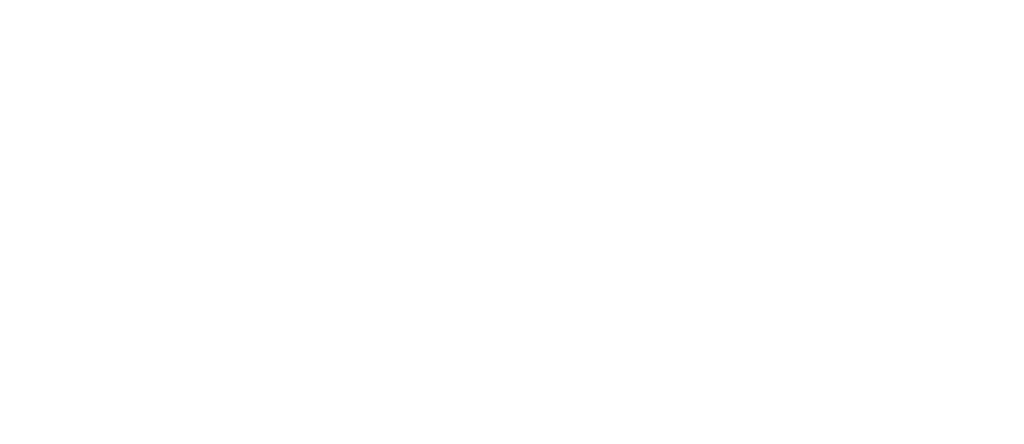
<source format=kicad_pcb>
(kicad_pcb (version 20171130) (host pcbnew "(5.1.2)-1")

  (general
    (thickness 1.6)
    (drawings 0)
    (tracks 0)
    (zones 0)
    (modules 2)
    (nets 1)
  )

  (page A4)
  (layers
    (0 F.Cu signal)
    (31 B.Cu signal)
    (32 B.Adhes user)
    (33 F.Adhes user)
    (34 B.Paste user)
    (35 F.Paste user)
    (36 B.SilkS user)
    (37 F.SilkS user)
    (38 B.Mask user)
    (39 F.Mask user)
    (40 Dwgs.User user)
    (41 Cmts.User user)
    (42 Eco1.User user)
    (43 Eco2.User user)
    (44 Edge.Cuts user)
    (45 Margin user)
    (46 B.CrtYd user)
    (47 F.CrtYd user)
    (48 B.Fab user)
    (49 F.Fab user)
  )

  (setup
    (last_trace_width 0.25)
    (trace_clearance 0.2)
    (zone_clearance 0.508)
    (zone_45_only no)
    (trace_min 0.2)
    (via_size 0.8)
    (via_drill 0.4)
    (via_min_size 0.4)
    (via_min_drill 0.3)
    (uvia_size 0.3)
    (uvia_drill 0.1)
    (uvias_allowed no)
    (uvia_min_size 0.2)
    (uvia_min_drill 0.1)
    (edge_width 0.05)
    (segment_width 0.2)
    (pcb_text_width 0.3)
    (pcb_text_size 1.5 1.5)
    (mod_edge_width 0.12)
    (mod_text_size 1 1)
    (mod_text_width 0.15)
    (pad_size 1.524 1.524)
    (pad_drill 0.762)
    (pad_to_mask_clearance 0.051)
    (solder_mask_min_width 0.25)
    (aux_axis_origin 0 0)
    (visible_elements FFFFFF7F)
    (pcbplotparams
      (layerselection 0x010fc_ffffffff)
      (usegerberextensions false)
      (usegerberattributes false)
      (usegerberadvancedattributes false)
      (creategerberjobfile false)
      (excludeedgelayer true)
      (linewidth 0.100000)
      (plotframeref false)
      (viasonmask false)
      (mode 1)
      (useauxorigin false)
      (hpglpennumber 1)
      (hpglpenspeed 20)
      (hpglpendiameter 15.000000)
      (psnegative false)
      (psa4output false)
      (plotreference true)
      (plotvalue true)
      (plotinvisibletext false)
      (padsonsilk false)
      (subtractmaskfromsilk false)
      (outputformat 1)
      (mirror false)
      (drillshape 1)
      (scaleselection 1)
      (outputdirectory ""))
  )

  (net 0 "")

  (net_class Default "これはデフォルトのネット クラスです。"
    (clearance 0.2)
    (trace_width 0.25)
    (via_dia 0.8)
    (via_drill 0.4)
    (uvia_dia 0.3)
    (uvia_drill 0.1)
  )

  (module OMAMORI:OMAMORI (layer F.Cu) (tedit 5D242B6B) (tstamp 5D24E035)
    (at 101.560001 101.060001)
    (path /5D242CB8)
    (fp_text reference OM1 (at 0 0) (layer Cmts.User) hide
      (effects (font (size 1.524 1.524) (thickness 0.3)))
    )
    (fp_text value OMAMORI (at 0 22.5) (layer Dwgs.User) hide
      (effects (font (size 1.524 1.524) (thickness 0.3)))
    )
    (fp_poly (pts (xy -0.679919 -20.228338) (xy -0.433264 -20.109392) (xy -0.170837 -19.936882) (xy 0.057771 -19.74469)
      (xy 0.185893 -19.617373) (xy 0.231657 -19.542331) (xy 0.204905 -19.484501) (xy 0.145263 -19.433021)
      (xy 0.039462 -19.372018) (xy -0.155793 -19.280097) (xy -0.410602 -19.169736) (xy -0.695063 -19.053412)
      (xy -0.979276 -18.943605) (xy -1.23334 -18.852792) (xy -1.289762 -18.834157) (xy -1.361877 -18.801755)
      (xy -1.366991 -18.74641) (xy -1.305202 -18.62852) (xy -1.290337 -18.603279) (xy -1.212713 -18.48882)
      (xy -1.128309 -18.436388) (xy -0.991927 -18.428882) (xy -0.857826 -18.439631) (xy -0.606487 -18.467157)
      (xy -0.35759 -18.500117) (xy -0.28575 -18.511181) (xy -0.052099 -18.518111) (xy 0.214449 -18.457561)
      (xy 0.330162 -18.416967) (xy 0.582428 -18.296332) (xy 0.724674 -18.168753) (xy 0.751544 -18.042119)
      (xy 0.662395 -17.927714) (xy 0.60018 -17.889257) (xy 0.522049 -17.86242) (xy 0.407046 -17.845665)
      (xy 0.234218 -17.83745) (xy -0.01739 -17.836238) (xy -0.368732 -17.840488) (xy -0.496264 -17.84259)
      (xy -1.151277 -17.853731) (xy -1.131264 -17.616462) (xy -1.099239 -17.448383) (xy -1.028907 -17.373949)
      (xy -0.98425 -17.363057) (xy -0.844746 -17.346214) (xy -0.64323 -17.322829) (xy -0.558418 -17.31319)
      (xy -0.284622 -17.265256) (xy -0.089677 -17.18172) (xy 0.073724 -17.041568) (xy 0.087913 -17.026107)
      (xy 0.15775 -16.92286) (xy 0.176061 -16.799052) (xy 0.145382 -16.613873) (xy 0.119804 -16.512887)
      (xy 0.121847 -16.450618) (xy 0.180815 -16.425711) (xy 0.311879 -16.439962) (xy 0.530214 -16.495169)
      (xy 0.850993 -16.593128) (xy 0.882649 -16.603221) (xy 1.155608 -16.692706) (xy 1.335457 -16.763133)
      (xy 1.450458 -16.832824) (xy 1.528877 -16.9201) (xy 1.598977 -17.043284) (xy 1.617322 -17.079471)
      (xy 1.749816 -17.366537) (xy 1.872534 -17.675777) (xy 1.97927 -17.985304) (xy 2.063816 -18.273229)
      (xy 2.119967 -18.517666) (xy 2.141517 -18.696729) (xy 2.122259 -18.788529) (xy 2.10406 -18.796)
      (xy 2.021022 -18.847466) (xy 1.90968 -18.976916) (xy 1.794746 -19.146929) (xy 1.700933 -19.320084)
      (xy 1.652953 -19.45896) (xy 1.651 -19.482054) (xy 1.669784 -19.590135) (xy 1.74178 -19.597534)
      (xy 1.762125 -19.589963) (xy 1.892648 -19.556193) (xy 2.086363 -19.525726) (xy 2.159 -19.517822)
      (xy 2.5358 -19.45921) (xy 2.862718 -19.364144) (xy 3.11208 -19.242445) (xy 3.234333 -19.136124)
      (xy 3.337201 -18.947604) (xy 3.353248 -18.735312) (xy 3.281878 -18.472017) (xy 3.216501 -18.31975)
      (xy 3.127117 -18.112537) (xy 3.032493 -17.869018) (xy 2.942663 -17.61861) (xy 2.86766 -17.390733)
      (xy 2.817517 -17.214804) (xy 2.802266 -17.12024) (xy 2.804916 -17.112918) (xy 2.876385 -17.091541)
      (xy 3.032356 -17.063449) (xy 3.144818 -17.047288) (xy 3.697796 -16.943992) (xy 4.144795 -16.794936)
      (xy 4.481174 -16.602265) (xy 4.702291 -16.368127) (xy 4.734597 -16.312061) (xy 4.80354 -16.050866)
      (xy 4.787733 -15.720884) (xy 4.696551 -15.338587) (xy 4.539372 -14.920445) (xy 4.325572 -14.48293)
      (xy 4.064526 -14.042515) (xy 3.765613 -13.615671) (xy 3.438208 -13.218869) (xy 3.091687 -12.868581)
      (xy 2.735427 -12.581279) (xy 2.54 -12.456806) (xy 2.338008 -12.344471) (xy 2.204078 -12.286525)
      (xy 2.097178 -12.272335) (xy 1.976277 -12.291268) (xy 1.93675 -12.300479) (xy 1.746293 -12.397034)
      (xy 1.535427 -12.585468) (xy 1.32536 -12.837674) (xy 1.137299 -13.125542) (xy 0.99245 -13.420965)
      (xy 0.921419 -13.646226) (xy 0.874691 -13.862201) (xy 1.095716 -13.725601) (xy 1.327191 -13.626985)
      (xy 1.563245 -13.58886) (xy 1.666499 -13.594964) (xy 1.761474 -13.622729) (xy 1.867157 -13.68614)
      (xy 2.002536 -13.799182) (xy 2.186599 -13.97584) (xy 2.438333 -14.230099) (xy 2.449891 -14.241889)
      (xy 2.876512 -14.710335) (xy 3.191721 -15.133246) (xy 3.399705 -15.517686) (xy 3.504649 -15.870717)
      (xy 3.519923 -16.047564) (xy 3.475311 -16.306327) (xy 3.343883 -16.483657) (xy 3.137341 -16.566336)
      (xy 3.05684 -16.570636) (xy 2.87903 -16.547802) (xy 2.714437 -16.475772) (xy 2.544681 -16.33949)
      (xy 2.351381 -16.123895) (xy 2.116158 -15.813931) (xy 2.091483 -15.77975) (xy 1.807337 -15.392054)
      (xy 1.567592 -15.084223) (xy 1.348454 -14.828986) (xy 1.126126 -14.599071) (xy 0.876814 -14.367206)
      (xy 0.798507 -14.297848) (xy 0.460104 -14.017076) (xy 0.173285 -13.821232) (xy -0.089521 -13.695929)
      (xy -0.355885 -13.626778) (xy -0.526357 -13.606454) (xy -0.72166 -13.583829) (xy -0.890423 -13.541062)
      (xy -1.067645 -13.463759) (xy -1.288324 -13.337527) (xy -1.49225 -13.209236) (xy -1.955382 -12.914732)
      (xy -2.323219 -12.686123) (xy -2.605444 -12.517827) (xy -2.811738 -12.404264) (xy -2.951784 -12.339853)
      (xy -3.035264 -12.319012) (xy -3.036662 -12.319) (xy -3.15385 -12.366024) (xy -3.301571 -12.481884)
      (xy -3.441842 -12.628763) (xy -3.536678 -12.768843) (xy -3.556 -12.836057) (xy -3.496115 -12.980329)
      (xy -3.330527 -13.102877) (xy -3.080338 -13.189008) (xy -3.036235 -13.197987) (xy -2.827257 -13.252492)
      (xy -2.651101 -13.324113) (xy -2.610269 -13.348513) (xy -2.543688 -13.401048) (xy -2.526646 -13.451938)
      (xy -2.571128 -13.524668) (xy -2.689118 -13.642722) (xy -2.823567 -13.766456) (xy -2.993082 -13.929242)
      (xy -3.029416 -13.968499) (xy -2.255905 -13.968499) (xy -2.243116 -13.948283) (xy -2.154997 -13.908707)
      (xy -2.011964 -13.942562) (xy -2.005444 -13.945044) (xy -1.917699 -14.020708) (xy -1.919541 -14.109762)
      (xy -2.006387 -14.159635) (xy -2.024225 -14.1605) (xy -2.143081 -14.126538) (xy -2.233334 -14.049908)
      (xy -2.255905 -13.968499) (xy -3.029416 -13.968499) (xy -3.117741 -14.063927) (xy -3.173936 -14.144709)
      (xy -3.175 -14.150587) (xy -3.118639 -14.195852) (xy -2.966719 -14.267452) (xy -2.74499 -14.354124)
      (xy -2.57175 -14.4145) (xy -2.266466 -14.525219) (xy -2.063569 -14.618902) (xy -1.972627 -14.690935)
      (xy -1.9685 -14.705487) (xy -2.013698 -14.789361) (xy -2.047875 -14.800219) (xy -2.207692 -14.819416)
      (xy -2.420931 -14.856133) (xy -2.575236 -14.88846) (xy -2.746224 -14.976625) (xy -2.791022 -15.016325)
      (xy -1.100071 -15.016325) (xy -1.039271 -14.962709) (xy -0.898383 -14.889757) (xy -0.817249 -14.855774)
      (xy -0.648563 -14.776032) (xy -0.538389 -14.698143) (xy -0.519506 -14.671266) (xy -0.549679 -14.591549)
      (xy -0.654019 -14.459274) (xy -0.802328 -14.31033) (xy -0.939596 -14.174169) (xy -0.983334 -14.106952)
      (xy -0.944502 -14.105439) (xy -0.834062 -14.166388) (xy -0.662973 -14.286557) (xy -0.529064 -14.391145)
      (xy -0.373466 -14.510763) (xy -0.258023 -14.588377) (xy -0.220555 -14.605) (xy -0.19 -14.557966)
      (xy -0.219989 -14.436309) (xy -0.297882 -14.269201) (xy -0.411036 -14.085813) (xy -0.492204 -13.978134)
      (xy -0.600726 -13.832043) (xy -0.628202 -13.764074) (xy -0.588132 -13.767549) (xy -0.49401 -13.835793)
      (xy -0.359335 -13.962126) (xy -0.221397 -14.112112) (xy -0.108785 -14.253929) (xy 0.046198 -14.464974)
      (xy 0.228954 -14.723585) (xy 0.424889 -15.008104) (xy 0.619406 -15.296871) (xy 0.797911 -15.568228)
      (xy 0.945807 -15.800514) (xy 1.048499 -15.97207) (xy 1.091064 -16.059756) (xy 1.052926 -16.132356)
      (xy 0.9525 -16.169754) (xy 0.595858 -16.227557) (xy 0.345876 -16.264002) (xy 0.184373 -16.281043)
      (xy 0.093167 -16.280631) (xy 0.055295 -16.266089) (xy 0.011279 -16.18267) (xy -0.046235 -16.030351)
      (xy -0.057705 -15.995364) (xy -0.197479 -15.7111) (xy -0.412593 -15.44784) (xy -0.666547 -15.244442)
      (xy -0.841961 -15.16043) (xy -1.001129 -15.095709) (xy -1.091592 -15.036076) (xy -1.100071 -15.016325)
      (xy -2.791022 -15.016325) (xy -2.949431 -15.156706) (xy -3.164452 -15.405035) (xy -3.194436 -15.447581)
      (xy -2.256948 -15.447581) (xy -2.247126 -15.403083) (xy -2.167368 -15.327814) (xy -2.058057 -15.330613)
      (xy -1.978649 -15.401296) (xy -1.9685 -15.450807) (xy -1.999441 -15.537602) (xy -2.068944 -15.532544)
      (xy -2.188617 -15.498321) (xy -2.225701 -15.494) (xy -2.256948 -15.447581) (xy -3.194436 -15.447581)
      (xy -3.370881 -15.697943) (xy -3.472561 -15.877781) (xy -2.54 -15.877781) (xy -2.5068 -15.800449)
      (xy -2.432011 -15.686921) (xy -2.352851 -15.589251) (xy -2.310996 -15.5575) (xy -2.238725 -15.583812)
      (xy -2.105122 -15.647812) (xy -2.092347 -15.654381) (xy -1.934626 -15.76227) (xy -1.898775 -15.85129)
      (xy -1.925905 -15.871307) (xy -1.201205 -15.871307) (xy -1.197803 -15.747102) (xy -1.133462 -15.685886)
      (xy -1.116915 -15.6845) (xy -1.038782 -15.737159) (xy -0.94184 -15.87087) (xy -0.894665 -15.958549)
      (xy -0.799104 -16.241123) (xy -0.762 -16.534072) (xy -0.765846 -16.715446) (xy -0.792521 -16.801247)
      (xy -0.864735 -16.822898) (xy -0.965467 -16.815649) (xy -1.10965 -16.783996) (xy -1.167778 -16.703471)
      (xy -1.177977 -16.619891) (xy -1.157046 -16.478819) (xy -1.056212 -16.411582) (xy -1.03801 -16.406632)
      (xy -0.922866 -16.367333) (xy -0.903755 -16.313332) (xy -0.981713 -16.217878) (xy -1.04775 -16.155189)
      (xy -1.149308 -16.020127) (xy -1.201205 -15.871307) (xy -1.925905 -15.871307) (xy -1.979955 -15.911185)
      (xy -2.17333 -15.931699) (xy -2.2225 -15.930291) (xy -2.403678 -15.91518) (xy -2.51863 -15.892436)
      (xy -2.54 -15.877781) (xy -3.472561 -15.877781) (xy -3.548314 -16.011762) (xy -3.554424 -16.024221)
      (xy -3.673102 -16.277714) (xy -3.772119 -16.507627) (xy -3.835551 -16.676281) (xy -3.84699 -16.716375)
      (xy -3.864265 -16.826666) (xy -3.827571 -16.876806) (xy -3.706712 -16.890457) (xy -3.62415 -16.891)
      (xy -3.461446 -16.88527) (xy -3.400022 -16.857611) (xy -3.414308 -16.792319) (xy -3.42612 -16.769382)
      (xy -3.447022 -16.697812) (xy -3.413004 -16.627023) (xy -3.305656 -16.536209) (xy -3.106565 -16.404562)
      (xy -3.09912 -16.399851) (xy -2.707032 -16.151939) (xy -2.302955 -16.248621) (xy -2.086521 -16.303498)
      (xy -1.967359 -16.350324) (xy -1.918861 -16.40902) (xy -1.914419 -16.49951) (xy -1.917814 -16.536999)
      (xy -1.935762 -16.650046) (xy -1.983389 -16.704259) (xy -2.095362 -16.71754) (xy -2.25425 -16.710741)
      (xy -2.481143 -16.69406) (xy -2.683853 -16.672883) (xy -2.746375 -16.663987) (xy -2.872318 -16.651869)
      (xy -2.921 -16.663185) (xy -2.868987 -16.71281) (xy -2.735625 -16.797256) (xy -2.554933 -16.898242)
      (xy -2.360929 -16.997491) (xy -2.187632 -17.076722) (xy -2.079625 -17.115283) (xy -1.969988 -17.156372)
      (xy -1.919205 -17.233779) (xy -1.905295 -17.388078) (xy -1.905 -17.437634) (xy -1.910377 -17.610417)
      (xy -1.943746 -17.690839) (xy -2.030968 -17.713523) (xy -2.111375 -17.713932) (xy -2.263587 -17.689434)
      (xy -2.491871 -17.62629) (xy -2.755731 -17.53626) (xy -2.8575 -17.497209) (xy -3.246474 -17.362085)
      (xy -3.545139 -17.300466) (xy -3.652371 -17.297455) (xy -3.926564 -17.353653) (xy -4.240769 -17.481103)
      (xy -4.548058 -17.658481) (xy -4.704095 -17.775389) (xy -4.899659 -17.93875) (xy -4.275455 -17.947761)
      (xy -3.880019 -17.967015) (xy -3.495126 -18.018009) (xy -3.06664 -18.108731) (xy -2.897673 -18.151006)
      (xy -2.606236 -18.227663) (xy -2.362655 -18.294643) (xy -2.191631 -18.344948) (xy -2.117863 -18.371579)
      (xy -2.117188 -18.372146) (xy -2.127675 -18.439269) (xy -2.209977 -18.546969) (xy -2.331326 -18.663775)
      (xy -2.45895 -18.758215) (xy -2.56008 -18.79882) (xy -2.56152 -18.798865) (xy -2.718763 -18.825956)
      (xy -2.88925 -18.883216) (xy -3.07975 -18.964703) (xy -2.804628 -19.008942) (xy -2.582102 -19.067564)
      (xy -2.327989 -19.169419) (xy -2.069534 -19.298834) (xy -1.833981 -19.440136) (xy -1.648575 -19.57765)
      (xy -1.540559 -19.695702) (xy -1.524 -19.745679) (xy -1.577446 -19.795495) (xy -1.715641 -19.873099)
      (xy -1.857375 -19.939011) (xy -2.19075 -20.082953) (xy -1.9685 -20.133546) (xy -1.716757 -20.182021)
      (xy -1.422453 -20.225942) (xy -1.137282 -20.258675) (xy -0.91294 -20.273585) (xy -0.875662 -20.2738)
      (xy -0.679919 -20.228338)) (layer Cmts.User) (width 0.01))
    (fp_poly (pts (xy 3.323633 -6.397967) (xy 3.607414 -6.319561) (xy 3.77707 -6.206784) (xy 3.837326 -6.05709)
      (xy 3.825413 -5.957584) (xy 3.749052 -5.848353) (xy 3.583223 -5.704559) (xy 3.354893 -5.542354)
      (xy 3.091027 -5.377887) (xy 2.818594 -5.22731) (xy 2.564559 -5.106774) (xy 2.35589 -5.032429)
      (xy 2.254102 -5.0165) (xy 2.090146 -5.0165) (xy 2.256494 -5.300352) (xy 2.356689 -5.504528)
      (xy 2.381046 -5.636151) (xy 2.331587 -5.684327) (xy 2.210334 -5.638164) (xy 2.195544 -5.628731)
      (xy 2.06138 -5.577563) (xy 1.957412 -5.594805) (xy 1.919939 -5.666956) (xy 1.94 -5.723776)
      (xy 2.187535 -6.067478) (xy 2.455739 -6.305168) (xy 2.734032 -6.42907) (xy 2.921 -6.444546)
      (xy 3.323633 -6.397967)) (layer Cmts.User) (width 0.01))
    (fp_poly (pts (xy 1.838677 -4.640475) (xy 1.8415 -4.60375) (xy 1.88316 -4.538093) (xy 2.021355 -4.50766)
      (xy 2.111375 -4.503642) (xy 2.304994 -4.496098) (xy 2.454853 -4.483293) (xy 2.481274 -4.47914)
      (xy 2.598043 -4.461045) (xy 2.790423 -4.435686) (xy 2.933768 -4.418326) (xy 3.174237 -4.383942)
      (xy 3.396023 -4.34198) (xy 3.486872 -4.319615) (xy 3.765076 -4.206487) (xy 4.026912 -4.041996)
      (xy 4.242073 -3.850762) (xy 4.380254 -3.657408) (xy 4.410739 -3.569035) (xy 4.390524 -3.417398)
      (xy 4.302822 -3.241809) (xy 4.178783 -3.088768) (xy 4.049555 -3.00477) (xy 4.030068 -3.000793)
      (xy 3.911612 -3.013247) (xy 3.714 -3.060378) (xy 3.477063 -3.132472) (xy 3.443151 -3.143959)
      (xy 3.094474 -3.278059) (xy 2.778202 -3.435814) (xy 2.453094 -3.640324) (xy 2.107871 -3.891804)
      (xy 1.89688 -4.078942) (xy 1.736975 -4.271788) (xy 1.641375 -4.447821) (xy 1.623295 -4.584515)
      (xy 1.665422 -4.645758) (xy 1.786882 -4.694879) (xy 1.838677 -4.640475)) (layer Cmts.User) (width 0.01))
    (fp_poly (pts (xy -1.63923 -8.662591) (xy -1.410012 -8.565138) (xy -1.172674 -8.427057) (xy -0.956512 -8.268261)
      (xy -0.790822 -8.108664) (xy -0.704897 -7.968181) (xy -0.699035 -7.930003) (xy -0.737608 -7.828834)
      (xy -0.84294 -7.6498) (xy -1.000472 -7.412588) (xy -1.195644 -7.136881) (xy -1.413895 -6.842366)
      (xy -1.640665 -6.548727) (xy -1.861393 -6.27565) (xy -2.061519 -6.042821) (xy -2.213472 -5.882503)
      (xy -2.464694 -5.637255) (xy -2.252224 -5.450703) (xy -2.097457 -5.288102) (xy -1.993668 -5.103679)
      (xy -1.934681 -4.872286) (xy -1.914322 -4.568776) (xy -1.926416 -4.168) (xy -1.928516 -4.132372)
      (xy -1.949525 -3.817348) (xy -1.972944 -3.517015) (xy -1.995253 -3.274531) (xy -2.00661 -3.175)
      (xy -2.044076 -2.88925) (xy -1.849305 -3.14325) (xy -1.736206 -3.301721) (xy -1.664355 -3.423411)
      (xy -1.651355 -3.46075) (xy -1.613002 -3.551586) (xy -1.525092 -3.681602) (xy -1.524 -3.683)
      (xy -1.399824 -3.84175) (xy -1.398412 -3.681724) (xy -1.420535 -3.491399) (xy -1.481618 -3.2235)
      (xy -1.570065 -2.916957) (xy -1.674281 -2.6107) (xy -1.782671 -2.343658) (xy -1.820542 -2.264497)
      (xy -2.012587 -1.917907) (xy -2.182119 -1.688652) (xy -2.337847 -1.570967) (xy -2.488478 -1.559084)
      (xy -2.64272 -1.647236) (xy -2.688418 -1.689737) (xy -2.892787 -1.964702) (xy -3.038392 -2.299837)
      (xy -3.088841 -2.533124) (xy -3.083983 -2.70013) (xy -3.047832 -2.946226) (xy -2.98715 -3.229339)
      (xy -2.960186 -3.33375) (xy -2.863879 -3.754657) (xy -2.819921 -4.140682) (xy -2.81547 -4.455712)
      (xy -2.824464 -4.708454) (xy -2.839639 -4.910166) (xy -2.858279 -5.029103) (xy -2.865964 -5.046259)
      (xy -2.942267 -5.048182) (xy -3.101918 -5.013762) (xy -3.292586 -4.956172) (xy -3.514262 -4.887618)
      (xy -3.701514 -4.840459) (xy -3.799434 -4.826) (xy -3.955526 -4.871796) (xy -4.11233 -4.98352)
      (xy -4.225303 -5.122675) (xy -4.2545 -5.219286) (xy -4.209651 -5.316956) (xy -4.081376 -5.489816)
      (xy -3.879085 -5.726392) (xy -3.612187 -6.015209) (xy -3.540125 -6.090441) (xy -3.25363 -6.399323)
      (xy -2.960869 -6.735061) (xy -2.691199 -7.062717) (xy -2.473974 -7.347354) (xy -2.422102 -7.421061)
      (xy -2.018454 -8.010593) (xy -2.215727 -8.256073) (xy -2.330283 -8.409717) (xy -2.401451 -8.526527)
      (xy -2.413 -8.560839) (xy -2.355525 -8.613457) (xy -2.207161 -8.659713) (xy -2.003998 -8.691008)
      (xy -1.831033 -8.6995) (xy -1.63923 -8.662591)) (layer Cmts.User) (width 0.01))
    (fp_poly (pts (xy 1.098734 -9.722043) (xy 1.276489 -9.673026) (xy 1.434046 -9.620701) (xy 1.746802 -9.49606)
      (xy 1.948319 -9.362063) (xy 2.054111 -9.201471) (xy 2.079693 -8.997046) (xy 2.072491 -8.911318)
      (xy 2.030479 -8.683851) (xy 1.953531 -8.493119) (xy 1.819914 -8.297915) (xy 1.640374 -8.092078)
      (xy 1.390024 -7.82048) (xy 1.594079 -7.85264) (xy 1.984421 -7.95879) (xy 2.283806 -8.126438)
      (xy 2.491136 -8.239689) (xy 2.711504 -8.27698) (xy 2.986032 -8.242877) (xy 3.096031 -8.216602)
      (xy 3.378009 -8.125393) (xy 3.594103 -8.019128) (xy 3.721709 -7.910688) (xy 3.7465 -7.846016)
      (xy 3.687686 -7.720178) (xy 3.526663 -7.589396) (xy 3.286559 -7.469218) (xy 3.081661 -7.39911)
      (xy 2.617862 -7.237213) (xy 2.244276 -7.037065) (xy 2.005892 -6.854437) (xy 1.9009 -6.753967)
      (xy 1.813737 -6.645342) (xy 1.742708 -6.516214) (xy 1.686114 -6.354233) (xy 1.642259 -6.14705)
      (xy 1.609444 -5.882316) (xy 1.585973 -5.547682) (xy 1.570149 -5.130799) (xy 1.560273 -4.619317)
      (xy 1.55465 -4.000888) (xy 1.552545 -3.556) (xy 1.550331 -3.033719) (xy 1.547746 -2.546132)
      (xy 1.544915 -2.109249) (xy 1.541963 -1.73908) (xy 1.539014 -1.451635) (xy 1.536192 -1.262925)
      (xy 1.534196 -1.195161) (xy 1.473009 -0.988281) (xy 1.338144 -0.863001) (xy 1.158508 -0.826047)
      (xy 0.963006 -0.884147) (xy 0.797088 -1.023613) (xy 0.572601 -1.341988) (xy 0.455546 -1.643969)
      (xy 0.431998 -1.824695) (xy 0.434147 -2.012137) (xy 0.449618 -2.284351) (xy 0.475127 -2.600203)
      (xy 0.507392 -2.918553) (xy 0.53975 -3.175) (xy 0.556641 -3.315955) (xy 0.579673 -3.53724)
      (xy 0.604054 -3.792661) (xy 0.60563 -3.81) (xy 0.629 -4.054315) (xy 0.650542 -4.256245)
      (xy 0.665982 -4.376008) (xy 0.667176 -4.382728) (xy 0.679391 -4.48473) (xy 0.697335 -4.680905)
      (xy 0.71816 -4.938715) (xy 0.731107 -5.112978) (xy 0.752128 -5.383535) (xy 0.772197 -5.603574)
      (xy 0.788524 -5.744372) (xy 0.795839 -5.779842) (xy 0.806876 -5.811924) (xy 0.821539 -5.886223)
      (xy 0.842961 -6.022942) (xy 0.874279 -6.242286) (xy 0.918627 -6.564458) (xy 0.926184 -6.619875)
      (xy 0.932332 -6.78302) (xy 0.880074 -6.85431) (xy 0.750259 -6.844239) (xy 0.605725 -6.795442)
      (xy 0.328045 -6.716124) (xy 0.128542 -6.72767) (xy -0.004699 -6.838488) (xy -0.083594 -7.056989)
      (xy -0.114812 -7.30397) (xy -0.125652 -7.519185) (xy -0.109371 -7.653095) (xy -0.051553 -7.750757)
      (xy 0.062204 -7.857216) (xy 0.422551 -8.184608) (xy 0.678878 -8.457787) (xy 0.829176 -8.674232)
      (xy 0.871439 -8.831426) (xy 0.864071 -8.863372) (xy 0.768161 -8.96638) (xy 0.591072 -9.055591)
      (xy 0.378595 -9.114447) (xy 0.176521 -9.126389) (xy 0.14706 -9.122654) (xy -0.027557 -9.115829)
      (xy -0.104513 -9.15974) (xy -0.095363 -9.240308) (xy -0.011661 -9.343455) (xy 0.135035 -9.455104)
      (xy 0.333173 -9.561176) (xy 0.571196 -9.647594) (xy 0.579932 -9.650041) (xy 0.801498 -9.708797)
      (xy 0.957418 -9.733383) (xy 1.098734 -9.722043)) (layer Cmts.User) (width 0.01))
    (fp_poly (pts (xy -1.505091 0.962485) (xy -1.296569 1.034011) (xy -1.149486 1.134951) (xy -0.966362 1.294064)
      (xy -0.827587 1.433841) (xy -0.550511 1.734433) (xy -0.69504 1.851466) (xy -0.861874 1.941405)
      (xy -1.00716 1.973358) (xy -1.174344 1.984408) (xy -1.274169 1.997771) (xy -1.394865 1.990585)
      (xy -1.57194 1.948499) (xy -1.623419 1.931974) (xy -1.787771 1.846854) (xy -1.977265 1.706971)
      (xy -2.162426 1.540055) (xy -2.31378 1.373835) (xy -2.401851 1.236038) (xy -2.413 1.189176)
      (xy -2.355819 1.079329) (xy -2.205138 0.997386) (xy -1.992258 0.947698) (xy -1.748476 0.934615)
      (xy -1.505091 0.962485)) (layer Cmts.User) (width 0.01))
    (fp_poly (pts (xy -1.352678 2.958639) (xy -1.254312 3.004956) (xy -1.154297 3.082489) (xy -1.120413 3.111973)
      (xy -0.982941 3.256067) (xy -0.907314 3.410239) (xy -0.887847 3.605877) (xy -0.91885 3.874367)
      (xy -0.95135 4.044999) (xy -0.994578 4.262375) (xy -1.030441 4.453008) (xy -1.04013 4.5085)
      (xy -1.068391 4.677635) (xy -1.103558 4.887359) (xy -1.109252 4.92125) (xy -1.151945 5.17525)
      (xy -0.972848 4.984656) (xy -0.814049 4.804889) (xy -0.665498 4.620517) (xy -0.652887 4.603656)
      (xy -0.561054 4.485114) (xy -0.520981 4.463167) (xy -0.510561 4.531104) (xy -0.510012 4.560286)
      (xy -0.537165 4.692047) (xy -0.610876 4.901008) (xy -0.716162 5.153274) (xy -0.83804 5.414951)
      (xy -0.961527 5.652145) (xy -1.071641 5.830962) (xy -1.071817 5.83121) (xy -1.112413 5.897514)
      (xy -1.144205 5.979731) (xy -1.168829 6.094687) (xy -1.187919 6.259213) (xy -1.20311 6.490138)
      (xy -1.216037 6.80429) (xy -1.228336 7.218499) (xy -1.236095 7.522088) (xy -1.24796 7.948994)
      (xy -1.261147 8.333816) (xy -1.274829 8.658291) (xy -1.288176 8.90416) (xy -1.300359 9.053161)
      (xy -1.307249 9.089396) (xy -1.406455 9.138561) (xy -1.575264 9.112144) (xy -1.729577 9.044597)
      (xy -1.880534 8.921066) (xy -2.00615 8.752271) (xy -2.009724 8.745515) (xy -2.078728 8.53269)
      (xy -2.120994 8.235914) (xy -2.134437 7.895821) (xy -2.11697 7.553045) (xy -2.08284 7.321162)
      (xy -2.04024 7.058701) (xy -2.046866 6.907409) (xy -2.110456 6.858424) (xy -2.238745 6.902883)
      (xy -2.374472 6.987072) (xy -2.64158 7.149054) (xy -2.948434 7.307487) (xy -3.247951 7.439894)
      (xy -3.493045 7.523798) (xy -3.50518 7.526845) (xy -3.654705 7.532347) (xy -3.791874 7.450842)
      (xy -3.838555 7.406718) (xy -3.919481 7.318242) (xy -3.972977 7.230779) (xy -3.99341 7.132984)
      (xy -3.975149 7.013512) (xy -3.91256 6.861018) (xy -3.800013 6.664156) (xy -3.631876 6.411581)
      (xy -3.511313 6.243566) (xy -2.626161 6.243566) (xy -2.436011 6.131241) (xy -2.254194 6.016439)
      (xy -2.098032 5.907409) (xy -1.972883 5.743151) (xy -1.934144 5.556237) (xy -1.918085 5.316574)
      (xy -2.067728 5.499912) (xy -2.195449 5.662143) (xy -2.349518 5.865498) (xy -2.421766 5.963408)
      (xy -2.626161 6.243566) (xy -3.511313 6.243566) (xy -3.402515 6.091948) (xy -3.1063 5.693911)
      (xy -2.762336 5.23875) (xy -2.517023 4.912786) (xy -2.290219 4.606925) (xy -2.096295 4.340899)
      (xy -1.949625 4.134441) (xy -1.864581 4.007286) (xy -1.860496 4.0005) (xy -1.736865 3.766222)
      (xy -1.677573 3.595424) (xy -1.687045 3.503776) (xy -1.716947 3.4925) (xy -1.797121 3.523745)
      (xy -1.962042 3.609033) (xy -2.188392 3.735688) (xy -2.452856 3.891035) (xy -2.478829 3.906652)
      (xy -2.851851 4.128949) (xy -3.135215 4.28963) (xy -3.346437 4.395217) (xy -3.503032 4.452232)
      (xy -3.622515 4.467195) (xy -3.722404 4.446629) (xy -3.810903 4.402615) (xy -3.958373 4.277651)
      (xy -4.052282 4.131136) (xy -4.052413 4.130754) (xy -4.086665 3.937025) (xy -4.083538 3.710051)
      (xy -4.047413 3.50509) (xy -3.993632 3.388973) (xy -3.853709 3.310753) (xy -3.66677 3.327301)
      (xy -3.466812 3.435577) (xy -3.466134 3.43611) (xy -3.295641 3.57022) (xy -2.520946 3.278863)
      (xy -2.13032 3.133286) (xy -1.838214 3.030863) (xy -1.624595 2.969205) (xy -1.469427 2.945927)
      (xy -1.352678 2.958639)) (layer Cmts.User) (width 0.01))
    (fp_poly (pts (xy 2.349673 0.842877) (xy 2.356941 0.843844) (xy 2.612082 0.933387) (xy 2.802746 1.107978)
      (xy 2.907224 1.33928) (xy 2.910748 1.566602) (xy 2.841925 1.655664) (xy 2.670986 1.780486)
      (xy 2.413786 1.929799) (xy 2.359635 1.958364) (xy 1.866144 2.262587) (xy 1.454956 2.609043)
      (xy 1.07989 2.984109) (xy 1.105911 3.666929) (xy 1.116976 3.945793) (xy 1.12679 4.172205)
      (xy 1.134148 4.319601) (xy 1.137465 4.362795) (xy 1.193763 4.346242) (xy 1.337473 4.290544)
      (xy 1.539485 4.207067) (xy 1.575724 4.1917) (xy 1.850756 4.087781) (xy 2.186029 3.97983)
      (xy 2.517163 3.888293) (xy 2.575849 3.874079) (xy 2.887329 3.799341) (xy 3.205883 3.720521)
      (xy 3.473223 3.652094) (xy 3.52425 3.638568) (xy 3.936822 3.546051) (xy 4.257049 3.517568)
      (xy 4.502469 3.553474) (xy 4.690617 3.654124) (xy 4.700658 3.662389) (xy 4.842494 3.821715)
      (xy 4.883201 3.963822) (xy 4.820006 4.068253) (xy 4.759548 4.096686) (xy 4.637886 4.118345)
      (xy 4.428209 4.139783) (xy 4.169453 4.157271) (xy 4.083921 4.16137) (xy 3.734738 4.18056)
      (xy 3.463045 4.208681) (xy 3.219335 4.253672) (xy 2.954101 4.323473) (xy 2.815479 4.364806)
      (xy 2.487708 4.464659) (xy 2.638384 4.692954) (xy 2.766925 4.913886) (xy 2.863166 5.149439)
      (xy 2.933151 5.425587) (xy 2.982923 5.768302) (xy 3.018525 6.203556) (xy 3.02794 6.367144)
      (xy 3.05551 6.985235) (xy 3.063693 7.497151) (xy 3.049113 7.922703) (xy 3.008398 8.281701)
      (xy 2.938171 8.593957) (xy 2.835058 8.879283) (xy 2.695684 9.157488) (xy 2.516674 9.448385)
      (xy 2.498329 9.476129) (xy 2.319071 9.737637) (xy 2.197794 9.892596) (xy 2.129421 9.944692)
      (xy 2.108873 9.897616) (xy 2.131074 9.755056) (xy 2.134335 9.740554) (xy 2.147901 9.618032)
      (xy 2.1601 9.38571) (xy 2.170544 9.060784) (xy 2.178842 8.660449) (xy 2.184604 8.201901)
      (xy 2.18744 7.702337) (xy 2.18758 7.393621) (xy 2.186307 6.818435) (xy 2.183892 6.356167)
      (xy 2.179563 5.992734) (xy 2.172545 5.714054) (xy 2.162064 5.506045) (xy 2.147346 5.354624)
      (xy 2.127618 5.24571) (xy 2.102106 5.16522) (xy 2.070035 5.099072) (xy 2.06058 5.082574)
      (xy 1.933222 4.892553) (xy 1.811733 4.799722) (xy 1.663417 4.796752) (xy 1.455577 4.876315)
      (xy 1.357468 4.924987) (xy 0.990809 5.112504) (xy 0.872455 5.715147) (xy 0.771451 6.157412)
      (xy 0.661692 6.507333) (xy 0.547377 6.754229) (xy 0.432708 6.887419) (xy 0.406067 6.9011)
      (xy 0.287753 6.887666) (xy 0.136789 6.762214) (xy 0.117078 6.740599) (xy 0.013237 6.602944)
      (xy -0.050751 6.451621) (xy -0.078704 6.259249) (xy -0.074446 5.998448) (xy -0.041796 5.641838)
      (xy -0.039347 5.61975) (xy 0.049666 4.932677) (xy 0.156276 4.344011) (xy 0.289349 3.825457)
      (xy 0.457754 3.348719) (xy 0.67036 2.885506) (xy 0.936034 2.407522) (xy 1.001339 2.299446)
      (xy 1.182638 1.997243) (xy 1.358211 1.694441) (xy 1.506597 1.428621) (xy 1.597525 1.255379)
      (xy 1.738172 1.014248) (xy 1.886795 0.877919) (xy 2.078821 0.827194) (xy 2.349673 0.842877)) (layer Cmts.User) (width 0.01))
    (fp_poly (pts (xy -0.461277 12.55728) (xy -0.21171 12.647588) (xy -0.031608 12.777518) (xy 0.05131 12.938918)
      (xy 0.043012 13.018924) (xy -0.026835 13.082151) (xy -0.183418 13.14618) (xy -0.29794 13.182715)
      (xy -0.530469 13.231485) (xy -0.857512 13.270188) (xy -1.248501 13.29816) (xy -1.672871 13.31474)
      (xy -2.100056 13.319264) (xy -2.499491 13.311072) (xy -2.84061 13.289499) (xy -3.092847 13.253885)
      (xy -3.133132 13.244165) (xy -3.344701 13.16719) (xy -3.523198 13.068795) (xy -3.575868 13.025854)
      (xy -3.711223 12.8905) (xy -3.458987 12.885641) (xy -3.271609 12.877904) (xy -3.129707 12.864975)
      (xy -3.1115 12.861937) (xy -3.005727 12.847994) (xy -2.81121 12.828017) (xy -2.565823 12.805832)
      (xy -2.50825 12.800992) (xy -2.152401 12.768386) (xy -1.886953 12.734666) (xy -1.675428 12.693244)
      (xy -1.481345 12.637532) (xy -1.351566 12.592116) (xy -1.058725 12.522741) (xy -0.752788 12.513396)
      (xy -0.461277 12.55728)) (layer Cmts.User) (width 0.01))
    (fp_poly (pts (xy 3.570934 11.959445) (xy 3.761542 12.009936) (xy 4.164422 12.141302) (xy 4.468991 12.282748)
      (xy 4.668016 12.429088) (xy 4.754262 12.575136) (xy 4.72868 12.703348) (xy 4.664623 12.767061)
      (xy 4.55109 12.815171) (xy 4.37204 12.849958) (xy 4.111427 12.873699) (xy 3.753208 12.888673)
      (xy 3.371827 12.896056) (xy 2.956617 12.904391) (xy 2.658025 12.917859) (xy 2.465718 12.938063)
      (xy 2.369364 12.966609) (xy 2.358629 13.005101) (xy 2.407413 13.045797) (xy 2.441116 13.134447)
      (xy 2.430784 13.308148) (xy 2.380785 13.534536) (xy 2.314651 13.73316) (xy 2.25592 13.90011)
      (xy 2.224272 14.01804) (xy 2.2225 14.034785) (xy 2.27393 14.090705) (xy 2.419364 14.080861)
      (xy 2.645521 14.007443) (xy 2.803569 13.93887) (xy 3.140367 13.821991) (xy 3.46301 13.78268)
      (xy 3.739781 13.822442) (xy 3.875245 13.888026) (xy 4.031088 14.002185) (xy 4.127915 14.104946)
      (xy 4.178414 14.229861) (xy 4.195273 14.410484) (xy 4.191178 14.680368) (xy 4.189888 14.720134)
      (xy 4.174389 15.276364) (xy 4.168685 15.726911) (xy 4.172979 16.092729) (xy 4.187477 16.394771)
      (xy 4.20845 16.621125) (xy 4.259999 17.092948) (xy 4.289792 17.453724) (xy 4.295782 17.717868)
      (xy 4.275925 17.899795) (xy 4.228173 18.013918) (xy 4.150483 18.074653) (xy 4.040807 18.096413)
      (xy 3.998918 18.0975) (xy 3.79358 18.06664) (xy 3.626075 18.00565) (xy 3.453339 17.947154)
      (xy 3.282146 17.964882) (xy 3.08935 18.067514) (xy 2.851804 18.26373) (xy 2.794 18.317702)
      (xy 2.439861 18.640078) (xy 2.100473 18.916866) (xy 1.732081 19.181617) (xy 1.307935 19.457223)
      (xy 0.972525 19.653585) (xy 0.710876 19.769371) (xy 0.502088 19.808673) (xy 0.325261 19.775578)
      (xy 0.167313 19.680391) (xy 0.031504 19.538484) (xy 0.014329 19.411669) (xy 0.118491 19.289968)
      (xy 0.301625 19.184445) (xy 0.525499 19.068582) (xy 0.783302 18.922444) (xy 1.046357 18.763858)
      (xy 1.285989 18.610654) (xy 1.473524 18.480657) (xy 1.580287 18.391698) (xy 1.584524 18.386834)
      (xy 1.619941 18.329916) (xy 1.573487 18.324041) (xy 1.450001 18.357253) (xy 1.08998 18.435684)
      (xy 0.791985 18.440482) (xy 0.574171 18.372095) (xy 0.523875 18.334371) (xy 0.412136 18.205432)
      (xy 0.397705 18.0918) (xy 0.485049 17.962803) (xy 0.592801 17.861191) (xy 0.72351 17.723025)
      (xy 0.809372 17.559851) (xy 0.815452 17.537511) (xy 1.706585 17.537511) (xy 1.980417 17.4999)
      (xy 2.192964 17.468769) (xy 2.378649 17.438454) (xy 2.413 17.432192) (xy 2.793903 17.359281)
      (xy 3.06748 17.296096) (xy 3.250553 17.225603) (xy 3.359943 17.130766) (xy 3.412472 16.994552)
      (xy 3.424963 16.799924) (xy 3.414238 16.529849) (xy 3.408612 16.423988) (xy 3.391014 16.125039)
      (xy 3.371892 15.863621) (xy 3.353798 15.671611) (xy 3.341745 15.58925) (xy 3.313591 15.428942)
      (xy 3.306858 15.357339) (xy 3.29233 15.298442) (xy 3.235605 15.283987) (xy 3.105637 15.312573)
      (xy 3.000375 15.343507) (xy 2.769961 15.394684) (xy 2.483967 15.433408) (xy 2.267451 15.448417)
      (xy 1.836152 15.46225) (xy 1.854701 15.77975) (xy 1.87669 15.977345) (xy 1.917331 16.067985)
      (xy 1.963855 16.077631) (xy 2.067722 16.06379) (xy 2.260252 16.04499) (xy 2.503399 16.024879)
      (xy 2.552371 16.021197) (xy 2.815343 16.006382) (xy 2.985444 16.012049) (xy 3.095743 16.042282)
      (xy 3.176141 16.098282) (xy 3.280472 16.225732) (xy 3.279437 16.344415) (xy 3.168906 16.48138)
      (xy 3.109683 16.533534) (xy 2.967984 16.63472) (xy 2.769495 16.75407) (xy 2.542823 16.877216)
      (xy 2.316573 16.989792) (xy 2.119352 17.077431) (xy 1.979766 17.125767) (xy 1.92889 17.126557)
      (xy 1.937904 17.056791) (xy 2.010394 16.936309) (xy 2.02476 16.91753) (xy 2.137287 16.738048)
      (xy 2.141847 16.623635) (xy 2.038507 16.575208) (xy 2.00025 16.5735) (xy 1.876251 16.602668)
      (xy 1.836947 16.709112) (xy 1.836641 16.716375) (xy 1.821833 16.895304) (xy 1.808577 16.98625)
      (xy 1.780518 17.138788) (xy 1.745978 17.32538) (xy 1.706585 17.537511) (xy 0.815452 17.537511)
      (xy 0.873229 17.325255) (xy 0.885062 17.267238) (xy 0.931384 17.034507) (xy 0.971349 16.837464)
      (xy 0.993414 16.73225) (xy 1.015622 16.576511) (xy 1.035848 16.339052) (xy 1.052751 16.053727)
      (xy 1.064994 15.754389) (xy 1.071237 15.474892) (xy 1.070139 15.24909) (xy 1.060362 15.110836)
      (xy 1.058013 15.099536) (xy 0.972709 14.956593) (xy 0.858772 14.871247) (xy 0.775872 14.81767)
      (xy 1.687664 14.81767) (xy 1.774931 14.877874) (xy 1.971315 14.915224) (xy 2.285122 14.935061)
      (xy 2.318646 14.936147) (xy 2.600034 14.94582) (xy 2.849709 14.956319) (xy 3.02861 14.965925)
      (xy 3.074708 14.969413) (xy 3.176348 14.968521) (xy 3.223972 14.91903) (xy 3.237854 14.788324)
      (xy 3.2385 14.705912) (xy 3.2385 14.427247) (xy 2.59642 14.448205) (xy 2.293224 14.461474)
      (xy 2.088178 14.481531) (xy 1.952439 14.514195) (xy 1.857159 14.565281) (xy 1.807257 14.607341)
      (xy 1.701208 14.729273) (xy 1.687664 14.81767) (xy 0.775872 14.81767) (xy 0.736242 14.792058)
      (xy 0.709817 14.69269) (xy 0.77868 14.546901) (xy 0.845702 14.452243) (xy 0.942894 14.311519)
      (xy 1.081594 14.096898) (xy 1.239024 13.844013) (xy 1.321952 13.707181) (xy 1.507221 13.382373)
      (xy 1.616062 13.151652) (xy 1.650592 13.009304) (xy 1.612927 12.949617) (xy 1.603375 12.947701)
      (xy 1.508848 12.936941) (xy 1.397 12.925188) (xy 1.021131 12.884374) (xy 0.707901 12.84556)
      (xy 0.479417 12.811684) (xy 0.365125 12.788031) (xy 0.261723 12.727074) (xy 0.267453 12.647744)
      (xy 0.367615 12.559858) (xy 0.547511 12.473236) (xy 0.79244 12.397695) (xy 1.016 12.353275)
      (xy 1.270905 12.314423) (xy 1.472642 12.286862) (xy 1.663129 12.266241) (xy 1.884285 12.248208)
      (xy 2.178029 12.228411) (xy 2.283876 12.221649) (xy 2.666279 12.19537) (xy 2.939694 12.169875)
      (xy 3.122029 12.140737) (xy 3.231187 12.103532) (xy 3.285076 12.053835) (xy 3.3016 11.987221)
      (xy 3.302 11.970047) (xy 3.324542 11.9306) (xy 3.406848 11.926428) (xy 3.570934 11.959445)) (layer Cmts.User) (width 0.01))
    (fp_poly (pts (xy -1.829739 13.502714) (xy -1.60906 13.5495) (xy -1.385683 13.622661) (xy -1.140364 13.739841)
      (xy -0.910957 13.878726) (xy -0.735318 14.017004) (xy -0.660856 14.108398) (xy -0.609616 14.228015)
      (xy -0.623776 14.314051) (xy -0.717745 14.416389) (xy -0.761104 14.455457) (xy -0.87519 14.567164)
      (xy -0.928786 14.640068) (xy -0.928384 14.650283) (xy -0.858056 14.665805) (xy -0.693164 14.685317)
      (xy -0.465914 14.705169) (xy -0.404463 14.709664) (xy -0.008044 14.758766) (xy 0.289085 14.84147)
      (xy 0.477545 14.954397) (xy 0.539818 15.049715) (xy 0.54716 15.224251) (xy 0.494523 15.488016)
      (xy 0.387404 15.821417) (xy 0.231297 16.204861) (xy 0.190697 16.294483) (xy 0.047653 16.580429)
      (xy -0.084559 16.765711) (xy -0.23501 16.870238) (xy -0.432767 16.913915) (xy -0.706899 16.916649)
      (xy -0.717289 16.916282) (xy -0.910445 16.920616) (xy -0.987487 16.952955) (xy -0.947016 17.015107)
      (xy -0.787635 17.108876) (xy -0.507947 17.236071) (xy -0.451474 17.259839) (xy -0.141326 17.4038)
      (xy 0.058577 17.53702) (xy 0.162319 17.674682) (xy 0.183982 17.831972) (xy 0.167357 17.927063)
      (xy 0.104594 18.062675) (xy -0.002851 18.117171) (xy -0.165802 18.088336) (xy -0.395083 17.973952)
      (xy -0.701518 17.771804) (xy -0.746125 17.740011) (xy -0.889 17.637509) (xy -0.891399 18.264379)
      (xy -0.897702 18.677092) (xy -0.916227 18.994412) (xy -0.9518 19.247731) (xy -1.009246 19.468441)
      (xy -1.093393 19.687935) (xy -1.119263 19.746509) (xy -1.2459 19.996851) (xy -1.355565 20.13975)
      (xy -1.461014 20.191236) (xy -1.473757 20.192027) (xy -1.539197 20.154215) (xy -1.676875 20.052092)
      (xy -1.862613 19.904005) (xy -1.964472 19.819696) (xy -2.282598 19.535967) (xy -2.565134 19.251155)
      (xy -2.788844 18.99022) (xy -2.925965 18.786724) (xy -3.045677 18.690414) (xy -3.180121 18.669)
      (xy -3.351897 18.625474) (xy -3.521014 18.517597) (xy -3.644938 18.379419) (xy -3.683001 18.266439)
      (xy -3.634976 18.165799) (xy -3.540125 18.077862) (xy -3.246337 17.842543) (xy -3.01082 17.587479)
      (xy -2.956079 17.510125) (xy -2.833256 17.369111) (xy -2.719439 17.35278) (xy -2.601008 17.460844)
      (xy -2.572467 17.502068) (xy -2.468469 17.751792) (xy -2.44519 18.02817) (xy -2.502226 18.283579)
      (xy -2.580209 18.413472) (xy -2.678835 18.540527) (xy -2.728929 18.624321) (xy -2.7305 18.63194)
      (xy -2.676932 18.702886) (xy -2.540535 18.798333) (xy -2.357769 18.899203) (xy -2.165094 18.986417)
      (xy -1.998971 19.040898) (xy -1.931528 19.05) (xy -1.805622 19.040419) (xy -1.738773 18.988963)
      (xy -1.701729 18.861555) (xy -1.686039 18.764045) (xy -1.666856 18.550121) (xy -1.657399 18.25965)
      (xy -1.657261 17.935853) (xy -1.666038 17.621951) (xy -1.683326 17.361167) (xy -1.700377 17.232829)
      (xy -1.729675 17.13293) (xy -1.791428 17.093437) (xy -1.923945 17.099153) (xy -2.007474 17.111013)
      (xy -2.184611 17.129539) (xy -2.28811 17.102632) (xy -2.368733 17.010433) (xy -2.402529 16.956453)
      (xy -2.474249 16.80347) (xy -2.559423 16.570274) (xy -2.642585 16.300316) (xy -2.663812 16.222509)
      (xy -2.728898 15.982513) (xy -2.732436 15.97025) (xy -1.905 15.97025) (xy -1.891947 16.054975)
      (xy -1.881026 16.0655) (xy -1.826238 16.023419) (xy -1.778 15.97025) (xy -1.733728 15.895137)
      (xy -1.792065 15.875088) (xy -1.801975 15.875) (xy -1.891049 15.922536) (xy -1.905 15.97025)
      (xy -2.732436 15.97025) (xy -2.782236 15.79768) (xy -2.815645 15.695843) (xy -2.8219 15.6845)
      (xy -2.859504 15.734971) (xy -2.947904 15.87089) (xy -3.072201 16.069016) (xy -3.163325 16.217102)
      (xy -3.349011 16.501347) (xy -3.558612 16.792124) (xy -3.755218 17.03898) (xy -3.810432 17.101633)
      (xy -4.001629 17.293325) (xy -4.218379 17.483803) (xy -4.433692 17.652301) (xy -4.620579 17.778049)
      (xy -4.75205 17.840281) (xy -4.774574 17.8435) (xy -4.767934 17.791492) (xy -4.70986 17.649989)
      (xy -4.610132 17.440768) (xy -4.482266 17.192625) (xy -4.144948 16.514677) (xy -3.88891 15.894501)
      (xy -3.712824 15.329274) (xy -2.01692 15.329274) (xy -2.000558 15.420132) (xy -1.96063 15.553496)
      (xy -1.931886 15.61528) (xy -1.862684 15.612099) (xy -1.703085 15.579948) (xy -1.484618 15.525392)
      (xy -1.433046 15.511382) (xy -1.186171 15.447127) (xy -1.027326 15.419305) (xy -0.923528 15.425815)
      (xy -0.841794 15.464556) (xy -0.829498 15.472947) (xy -0.703823 15.604874) (xy -0.704106 15.736686)
      (xy -0.830607 15.868659) (xy -1.083588 16.00107) (xy -1.451136 16.130512) (xy -1.692169 16.210246)
      (xy -1.832338 16.276756) (xy -1.894907 16.343666) (xy -1.905 16.396246) (xy -1.894244 16.467041)
      (xy -1.842127 16.499739) (xy -1.718879 16.501542) (xy -1.539875 16.484589) (xy -1.299798 16.456436)
      (xy -1.08133 16.427251) (xy -0.98425 16.412192) (xy -0.81978 16.379141) (xy -0.711508 16.350306)
      (xy -0.61269 16.255738) (xy -0.528752 16.065616) (xy -0.469491 15.811289) (xy -0.444706 15.5241)
      (xy -0.4445 15.496039) (xy -0.4445 15.113) (xy -0.650875 15.103651) (xy -1.171883 15.106757)
      (xy -1.655192 15.170998) (xy -1.697926 15.17965) (xy -1.893682 15.224349) (xy -1.991145 15.267177)
      (xy -2.01692 15.329274) (xy -3.712824 15.329274) (xy -3.704181 15.301533) (xy -3.580792 14.705212)
      (xy -3.524253 14.25575) (xy -3.499618 14.032169) (xy -3.475186 13.863986) (xy -3.456025 13.785759)
      (xy -3.455168 13.784695) (xy -3.387067 13.791917) (xy -3.268415 13.843982) (xy -3.1116 13.973613)
      (xy -2.946183 14.180378) (xy -2.801549 14.420226) (xy -2.707085 14.649105) (xy -2.693524 14.705776)
      (xy -2.636162 14.852287) (xy -2.522223 14.926831) (xy -2.335719 14.932095) (xy -2.06066 14.870763)
      (xy -1.93675 14.832856) (xy -1.651616 14.735841) (xy -1.483097 14.652133) (xy -1.425635 14.560361)
      (xy -1.473671 14.439156) (xy -1.621646 14.267149) (xy -1.754503 14.132256) (xy -1.973528 13.896163)
      (xy -2.111802 13.709091) (xy -2.159 13.586571) (xy -2.15026 13.513444) (xy -2.108254 13.476156)
      (xy -2.009306 13.473112) (xy -1.829739 13.502714)) (layer Cmts.User) (width 0.01))
    (fp_poly (pts (xy 3.141836 18.436959) (xy 3.370945 18.477742) (xy 3.621863 18.53527) (xy 3.86139 18.602702)
      (xy 4.056327 18.673198) (xy 4.064 18.676545) (xy 4.378044 18.858357) (xy 4.648153 19.095863)
      (xy 4.837642 19.355344) (xy 4.865321 19.413085) (xy 4.942927 19.666698) (xy 4.930192 19.894559)
      (xy 4.879245 20.045991) (xy 4.829837 20.187416) (xy 4.815745 20.25) (xy 4.755473 20.25)
      (xy 4.75 20.25) (xy 4.75 20.251496) (xy 4.809134 20.248504) (xy 4.75 20.25)
      (xy 4.625 20.250581) (xy 4.75 20.254153) (xy 4.587126 20.241693) (xy 4.53137 20.209098)
      (xy 4.530807 20.204999) (xy 4.430644 20.151589) (xy 4.272937 20.024646) (xy 4.073834 19.84152)
      (xy 3.849481 19.619564) (xy 3.616024 19.376129) (xy 3.389611 19.128567) (xy 3.186388 18.894228)
      (xy 3.022501 18.690465) (xy 2.914097 18.534629) (xy 2.877323 18.444071) (xy 2.881847 18.432986)
      (xy 2.967737 18.41976) (xy 3.141836 18.436959)) (layer Cmts.User) (width 0.01))
    (fp_line (start 0 -21) (end -5 -21) (layer Cmts.User) (width 0.12))
    (fp_line (start -5 -21) (end -5 21) (layer Cmts.User) (width 0.12))
    (fp_line (start -5 21) (end 5 21) (layer Cmts.User) (width 0.12))
    (fp_line (start 5 21) (end 5 -21) (layer Cmts.User) (width 0.12))
    (fp_line (start 5 -21) (end 0 -21) (layer Cmts.User) (width 0.12))
    (fp_line (start 0 30) (end -20 30) (layer Cmts.User) (width 0.12))
    (fp_line (start -20 30) (end -20 -20) (layer Cmts.User) (width 0.12))
    (fp_line (start -20 -20) (end -10 -30) (layer Cmts.User) (width 0.12))
    (fp_line (start -10 -30) (end 0 -30) (layer Cmts.User) (width 0.12))
    (fp_line (start 0 -30) (end 10 -30) (layer Cmts.User) (width 0.12))
    (fp_line (start 10 -30) (end 20 -20) (layer Cmts.User) (width 0.12))
    (fp_line (start 20 -20) (end 20 30) (layer Cmts.User) (width 0.12))
    (fp_line (start 20 30) (end 0 30) (layer Cmts.User) (width 0.12))
    (fp_circle (center 0 -25) (end 2 -25) (layer Cmts.User) (width 0.12))
    (fp_poly (pts (xy -20 -20) (xy -5 -20) (xy -5 -18) (xy -20 -18)) (layer Cmts.User) (width 0.1))
    (fp_poly (pts (xy -5 -16) (xy -20 -16) (xy -20 -14) (xy -5 -14)) (layer Cmts.User) (width 0.1))
    (fp_poly (pts (xy -20 -12) (xy -20 -10) (xy -5 -10) (xy -5 -12)) (layer Cmts.User) (width 0.1))
    (fp_poly (pts (xy -20 -8) (xy -5 -8) (xy -5 -6) (xy -20 -6)) (layer Cmts.User) (width 0.1))
    (fp_poly (pts (xy -20 -4) (xy -5 -4) (xy -5 -2) (xy -20 -2)) (layer Cmts.User) (width 0.1))
    (fp_poly (pts (xy -20 0) (xy -5 0) (xy -5 2) (xy -20 2)) (layer Cmts.User) (width 0.1))
    (fp_poly (pts (xy -20 4) (xy -5 4) (xy -5 6) (xy -20 6)) (layer Cmts.User) (width 0.1))
    (fp_poly (pts (xy -20 8) (xy -5 8) (xy -5 10) (xy -20 10)) (layer Cmts.User) (width 0.1))
    (fp_poly (pts (xy -20 12) (xy -5 12) (xy -5 14) (xy -20 14)) (layer Cmts.User) (width 0.1))
    (fp_poly (pts (xy -20 16) (xy -5 16) (xy -5 18) (xy -20 18)) (layer Cmts.User) (width 0.1))
    (fp_poly (pts (xy -20 20) (xy -5 20) (xy -5 22) (xy -20 22)) (layer Cmts.User) (width 0.1))
    (fp_poly (pts (xy -20 24) (xy 20 24) (xy 20 26) (xy -20 26)) (layer Cmts.User) (width 0.1))
    (fp_poly (pts (xy -20 28) (xy 20 28) (xy 20 30) (xy -20 30)) (layer Cmts.User) (width 0.1))
    (fp_poly (pts (xy -5 21) (xy 5 21) (xy 5 22) (xy -5 22)) (layer Cmts.User) (width 0.1))
    (fp_poly (pts (xy 5 20) (xy 20 20) (xy 20 22) (xy 5 22)) (layer Cmts.User) (width 0.1))
    (fp_poly (pts (xy 5 16) (xy 20 16) (xy 20 18) (xy 5 18)) (layer Cmts.User) (width 0.1))
    (fp_poly (pts (xy 5 12) (xy 20 12) (xy 20 14) (xy 5 14)) (layer Cmts.User) (width 0.1))
    (fp_poly (pts (xy 5 8) (xy 20 8) (xy 20 10) (xy 5 10)) (layer Cmts.User) (width 0.1))
    (fp_poly (pts (xy 5 4) (xy 20 4) (xy 20 6) (xy 5 6)) (layer Cmts.User) (width 0.1))
    (fp_poly (pts (xy 5 0) (xy 20 0) (xy 20 2) (xy 5 2)) (layer Cmts.User) (width 0.1))
    (fp_poly (pts (xy 5 -4) (xy 20 -4) (xy 20 -2) (xy 5 -2)) (layer Cmts.User) (width 0.1))
    (fp_poly (pts (xy 5 -8) (xy 20 -8) (xy 20 -6) (xy 5 -6)) (layer Cmts.User) (width 0.1))
    (fp_poly (pts (xy 5 -12) (xy 20 -12) (xy 20 -10) (xy 5 -10)) (layer Cmts.User) (width 0.1))
    (fp_poly (pts (xy 5 -16) (xy 20 -16) (xy 20 -14) (xy 5 -14)) (layer Cmts.User) (width 0.1))
    (fp_poly (pts (xy 5 -20) (xy 20 -20) (xy 20 -18) (xy 5 -18)) (layer Cmts.User) (width 0.1))
    (fp_poly (pts (xy -18 -22) (xy 18 -22) (xy 16 -24) (xy 2 -24)
      (xy 2 -23) (xy -2 -23) (xy -2 -24) (xy -16 -24)) (layer Cmts.User) (width 0.1))
    (fp_poly (pts (xy -14 -26) (xy -2 -26) (xy -2 -27) (xy 2 -27)
      (xy 2 -26) (xy 14 -26) (xy 12 -28) (xy -12 -28)) (layer Cmts.User) (width 0.1))
  )

  (module OMAMORI:OMAMORI (layer F.Cu) (tedit 5D242B6B) (tstamp 5D24E06E)
    (at 200 101.060001)
    (path /5D243467)
    (fp_text reference OM2 (at 0 0) (layer Cmts.User) hide
      (effects (font (size 1.524 1.524) (thickness 0.3)))
    )
    (fp_text value OMAMORI (at 0 22.5) (layer Dwgs.User) hide
      (effects (font (size 1.524 1.524) (thickness 0.3)))
    )
    (fp_poly (pts (xy -14 -26) (xy -2 -26) (xy -2 -27) (xy 2 -27)
      (xy 2 -26) (xy 14 -26) (xy 12 -28) (xy -12 -28)) (layer Cmts.User) (width 0.1))
    (fp_poly (pts (xy -18 -22) (xy 18 -22) (xy 16 -24) (xy 2 -24)
      (xy 2 -23) (xy -2 -23) (xy -2 -24) (xy -16 -24)) (layer Cmts.User) (width 0.1))
    (fp_poly (pts (xy 5 -20) (xy 20 -20) (xy 20 -18) (xy 5 -18)) (layer Cmts.User) (width 0.1))
    (fp_poly (pts (xy 5 -16) (xy 20 -16) (xy 20 -14) (xy 5 -14)) (layer Cmts.User) (width 0.1))
    (fp_poly (pts (xy 5 -12) (xy 20 -12) (xy 20 -10) (xy 5 -10)) (layer Cmts.User) (width 0.1))
    (fp_poly (pts (xy 5 -8) (xy 20 -8) (xy 20 -6) (xy 5 -6)) (layer Cmts.User) (width 0.1))
    (fp_poly (pts (xy 5 -4) (xy 20 -4) (xy 20 -2) (xy 5 -2)) (layer Cmts.User) (width 0.1))
    (fp_poly (pts (xy 5 0) (xy 20 0) (xy 20 2) (xy 5 2)) (layer Cmts.User) (width 0.1))
    (fp_poly (pts (xy 5 4) (xy 20 4) (xy 20 6) (xy 5 6)) (layer Cmts.User) (width 0.1))
    (fp_poly (pts (xy 5 8) (xy 20 8) (xy 20 10) (xy 5 10)) (layer Cmts.User) (width 0.1))
    (fp_poly (pts (xy 5 12) (xy 20 12) (xy 20 14) (xy 5 14)) (layer Cmts.User) (width 0.1))
    (fp_poly (pts (xy 5 16) (xy 20 16) (xy 20 18) (xy 5 18)) (layer Cmts.User) (width 0.1))
    (fp_poly (pts (xy 5 20) (xy 20 20) (xy 20 22) (xy 5 22)) (layer Cmts.User) (width 0.1))
    (fp_poly (pts (xy -5 21) (xy 5 21) (xy 5 22) (xy -5 22)) (layer Cmts.User) (width 0.1))
    (fp_poly (pts (xy -20 28) (xy 20 28) (xy 20 30) (xy -20 30)) (layer Cmts.User) (width 0.1))
    (fp_poly (pts (xy -20 24) (xy 20 24) (xy 20 26) (xy -20 26)) (layer Cmts.User) (width 0.1))
    (fp_poly (pts (xy -20 20) (xy -5 20) (xy -5 22) (xy -20 22)) (layer Cmts.User) (width 0.1))
    (fp_poly (pts (xy -20 16) (xy -5 16) (xy -5 18) (xy -20 18)) (layer Cmts.User) (width 0.1))
    (fp_poly (pts (xy -20 12) (xy -5 12) (xy -5 14) (xy -20 14)) (layer Cmts.User) (width 0.1))
    (fp_poly (pts (xy -20 8) (xy -5 8) (xy -5 10) (xy -20 10)) (layer Cmts.User) (width 0.1))
    (fp_poly (pts (xy -20 4) (xy -5 4) (xy -5 6) (xy -20 6)) (layer Cmts.User) (width 0.1))
    (fp_poly (pts (xy -20 0) (xy -5 0) (xy -5 2) (xy -20 2)) (layer Cmts.User) (width 0.1))
    (fp_poly (pts (xy -20 -4) (xy -5 -4) (xy -5 -2) (xy -20 -2)) (layer Cmts.User) (width 0.1))
    (fp_poly (pts (xy -20 -8) (xy -5 -8) (xy -5 -6) (xy -20 -6)) (layer Cmts.User) (width 0.1))
    (fp_poly (pts (xy -20 -12) (xy -20 -10) (xy -5 -10) (xy -5 -12)) (layer Cmts.User) (width 0.1))
    (fp_poly (pts (xy -5 -16) (xy -20 -16) (xy -20 -14) (xy -5 -14)) (layer Cmts.User) (width 0.1))
    (fp_poly (pts (xy -20 -20) (xy -5 -20) (xy -5 -18) (xy -20 -18)) (layer Cmts.User) (width 0.1))
    (fp_circle (center 0 -25) (end 2 -25) (layer Cmts.User) (width 0.12))
    (fp_line (start 20 30) (end 0 30) (layer Cmts.User) (width 0.12))
    (fp_line (start 20 -20) (end 20 30) (layer Cmts.User) (width 0.12))
    (fp_line (start 10 -30) (end 20 -20) (layer Cmts.User) (width 0.12))
    (fp_line (start 0 -30) (end 10 -30) (layer Cmts.User) (width 0.12))
    (fp_line (start -10 -30) (end 0 -30) (layer Cmts.User) (width 0.12))
    (fp_line (start -20 -20) (end -10 -30) (layer Cmts.User) (width 0.12))
    (fp_line (start -20 30) (end -20 -20) (layer Cmts.User) (width 0.12))
    (fp_line (start 0 30) (end -20 30) (layer Cmts.User) (width 0.12))
    (fp_line (start 5 -21) (end 0 -21) (layer Cmts.User) (width 0.12))
    (fp_line (start 5 21) (end 5 -21) (layer Cmts.User) (width 0.12))
    (fp_line (start -5 21) (end 5 21) (layer Cmts.User) (width 0.12))
    (fp_line (start -5 -21) (end -5 21) (layer Cmts.User) (width 0.12))
    (fp_line (start 0 -21) (end -5 -21) (layer Cmts.User) (width 0.12))
    (fp_poly (pts (xy 3.141836 18.436959) (xy 3.370945 18.477742) (xy 3.621863 18.53527) (xy 3.86139 18.602702)
      (xy 4.056327 18.673198) (xy 4.064 18.676545) (xy 4.378044 18.858357) (xy 4.648153 19.095863)
      (xy 4.837642 19.355344) (xy 4.865321 19.413085) (xy 4.942927 19.666698) (xy 4.930192 19.894559)
      (xy 4.879245 20.045991) (xy 4.829837 20.187416) (xy 4.815745 20.25) (xy 4.755473 20.25)
      (xy 4.75 20.25) (xy 4.75 20.251496) (xy 4.809134 20.248504) (xy 4.75 20.25)
      (xy 4.625 20.250581) (xy 4.75 20.254153) (xy 4.587126 20.241693) (xy 4.53137 20.209098)
      (xy 4.530807 20.204999) (xy 4.430644 20.151589) (xy 4.272937 20.024646) (xy 4.073834 19.84152)
      (xy 3.849481 19.619564) (xy 3.616024 19.376129) (xy 3.389611 19.128567) (xy 3.186388 18.894228)
      (xy 3.022501 18.690465) (xy 2.914097 18.534629) (xy 2.877323 18.444071) (xy 2.881847 18.432986)
      (xy 2.967737 18.41976) (xy 3.141836 18.436959)) (layer Cmts.User) (width 0.01))
    (fp_poly (pts (xy -1.829739 13.502714) (xy -1.60906 13.5495) (xy -1.385683 13.622661) (xy -1.140364 13.739841)
      (xy -0.910957 13.878726) (xy -0.735318 14.017004) (xy -0.660856 14.108398) (xy -0.609616 14.228015)
      (xy -0.623776 14.314051) (xy -0.717745 14.416389) (xy -0.761104 14.455457) (xy -0.87519 14.567164)
      (xy -0.928786 14.640068) (xy -0.928384 14.650283) (xy -0.858056 14.665805) (xy -0.693164 14.685317)
      (xy -0.465914 14.705169) (xy -0.404463 14.709664) (xy -0.008044 14.758766) (xy 0.289085 14.84147)
      (xy 0.477545 14.954397) (xy 0.539818 15.049715) (xy 0.54716 15.224251) (xy 0.494523 15.488016)
      (xy 0.387404 15.821417) (xy 0.231297 16.204861) (xy 0.190697 16.294483) (xy 0.047653 16.580429)
      (xy -0.084559 16.765711) (xy -0.23501 16.870238) (xy -0.432767 16.913915) (xy -0.706899 16.916649)
      (xy -0.717289 16.916282) (xy -0.910445 16.920616) (xy -0.987487 16.952955) (xy -0.947016 17.015107)
      (xy -0.787635 17.108876) (xy -0.507947 17.236071) (xy -0.451474 17.259839) (xy -0.141326 17.4038)
      (xy 0.058577 17.53702) (xy 0.162319 17.674682) (xy 0.183982 17.831972) (xy 0.167357 17.927063)
      (xy 0.104594 18.062675) (xy -0.002851 18.117171) (xy -0.165802 18.088336) (xy -0.395083 17.973952)
      (xy -0.701518 17.771804) (xy -0.746125 17.740011) (xy -0.889 17.637509) (xy -0.891399 18.264379)
      (xy -0.897702 18.677092) (xy -0.916227 18.994412) (xy -0.9518 19.247731) (xy -1.009246 19.468441)
      (xy -1.093393 19.687935) (xy -1.119263 19.746509) (xy -1.2459 19.996851) (xy -1.355565 20.13975)
      (xy -1.461014 20.191236) (xy -1.473757 20.192027) (xy -1.539197 20.154215) (xy -1.676875 20.052092)
      (xy -1.862613 19.904005) (xy -1.964472 19.819696) (xy -2.282598 19.535967) (xy -2.565134 19.251155)
      (xy -2.788844 18.99022) (xy -2.925965 18.786724) (xy -3.045677 18.690414) (xy -3.180121 18.669)
      (xy -3.351897 18.625474) (xy -3.521014 18.517597) (xy -3.644938 18.379419) (xy -3.683001 18.266439)
      (xy -3.634976 18.165799) (xy -3.540125 18.077862) (xy -3.246337 17.842543) (xy -3.01082 17.587479)
      (xy -2.956079 17.510125) (xy -2.833256 17.369111) (xy -2.719439 17.35278) (xy -2.601008 17.460844)
      (xy -2.572467 17.502068) (xy -2.468469 17.751792) (xy -2.44519 18.02817) (xy -2.502226 18.283579)
      (xy -2.580209 18.413472) (xy -2.678835 18.540527) (xy -2.728929 18.624321) (xy -2.7305 18.63194)
      (xy -2.676932 18.702886) (xy -2.540535 18.798333) (xy -2.357769 18.899203) (xy -2.165094 18.986417)
      (xy -1.998971 19.040898) (xy -1.931528 19.05) (xy -1.805622 19.040419) (xy -1.738773 18.988963)
      (xy -1.701729 18.861555) (xy -1.686039 18.764045) (xy -1.666856 18.550121) (xy -1.657399 18.25965)
      (xy -1.657261 17.935853) (xy -1.666038 17.621951) (xy -1.683326 17.361167) (xy -1.700377 17.232829)
      (xy -1.729675 17.13293) (xy -1.791428 17.093437) (xy -1.923945 17.099153) (xy -2.007474 17.111013)
      (xy -2.184611 17.129539) (xy -2.28811 17.102632) (xy -2.368733 17.010433) (xy -2.402529 16.956453)
      (xy -2.474249 16.80347) (xy -2.559423 16.570274) (xy -2.642585 16.300316) (xy -2.663812 16.222509)
      (xy -2.728898 15.982513) (xy -2.732436 15.97025) (xy -1.905 15.97025) (xy -1.891947 16.054975)
      (xy -1.881026 16.0655) (xy -1.826238 16.023419) (xy -1.778 15.97025) (xy -1.733728 15.895137)
      (xy -1.792065 15.875088) (xy -1.801975 15.875) (xy -1.891049 15.922536) (xy -1.905 15.97025)
      (xy -2.732436 15.97025) (xy -2.782236 15.79768) (xy -2.815645 15.695843) (xy -2.8219 15.6845)
      (xy -2.859504 15.734971) (xy -2.947904 15.87089) (xy -3.072201 16.069016) (xy -3.163325 16.217102)
      (xy -3.349011 16.501347) (xy -3.558612 16.792124) (xy -3.755218 17.03898) (xy -3.810432 17.101633)
      (xy -4.001629 17.293325) (xy -4.218379 17.483803) (xy -4.433692 17.652301) (xy -4.620579 17.778049)
      (xy -4.75205 17.840281) (xy -4.774574 17.8435) (xy -4.767934 17.791492) (xy -4.70986 17.649989)
      (xy -4.610132 17.440768) (xy -4.482266 17.192625) (xy -4.144948 16.514677) (xy -3.88891 15.894501)
      (xy -3.712824 15.329274) (xy -2.01692 15.329274) (xy -2.000558 15.420132) (xy -1.96063 15.553496)
      (xy -1.931886 15.61528) (xy -1.862684 15.612099) (xy -1.703085 15.579948) (xy -1.484618 15.525392)
      (xy -1.433046 15.511382) (xy -1.186171 15.447127) (xy -1.027326 15.419305) (xy -0.923528 15.425815)
      (xy -0.841794 15.464556) (xy -0.829498 15.472947) (xy -0.703823 15.604874) (xy -0.704106 15.736686)
      (xy -0.830607 15.868659) (xy -1.083588 16.00107) (xy -1.451136 16.130512) (xy -1.692169 16.210246)
      (xy -1.832338 16.276756) (xy -1.894907 16.343666) (xy -1.905 16.396246) (xy -1.894244 16.467041)
      (xy -1.842127 16.499739) (xy -1.718879 16.501542) (xy -1.539875 16.484589) (xy -1.299798 16.456436)
      (xy -1.08133 16.427251) (xy -0.98425 16.412192) (xy -0.81978 16.379141) (xy -0.711508 16.350306)
      (xy -0.61269 16.255738) (xy -0.528752 16.065616) (xy -0.469491 15.811289) (xy -0.444706 15.5241)
      (xy -0.4445 15.496039) (xy -0.4445 15.113) (xy -0.650875 15.103651) (xy -1.171883 15.106757)
      (xy -1.655192 15.170998) (xy -1.697926 15.17965) (xy -1.893682 15.224349) (xy -1.991145 15.267177)
      (xy -2.01692 15.329274) (xy -3.712824 15.329274) (xy -3.704181 15.301533) (xy -3.580792 14.705212)
      (xy -3.524253 14.25575) (xy -3.499618 14.032169) (xy -3.475186 13.863986) (xy -3.456025 13.785759)
      (xy -3.455168 13.784695) (xy -3.387067 13.791917) (xy -3.268415 13.843982) (xy -3.1116 13.973613)
      (xy -2.946183 14.180378) (xy -2.801549 14.420226) (xy -2.707085 14.649105) (xy -2.693524 14.705776)
      (xy -2.636162 14.852287) (xy -2.522223 14.926831) (xy -2.335719 14.932095) (xy -2.06066 14.870763)
      (xy -1.93675 14.832856) (xy -1.651616 14.735841) (xy -1.483097 14.652133) (xy -1.425635 14.560361)
      (xy -1.473671 14.439156) (xy -1.621646 14.267149) (xy -1.754503 14.132256) (xy -1.973528 13.896163)
      (xy -2.111802 13.709091) (xy -2.159 13.586571) (xy -2.15026 13.513444) (xy -2.108254 13.476156)
      (xy -2.009306 13.473112) (xy -1.829739 13.502714)) (layer Cmts.User) (width 0.01))
    (fp_poly (pts (xy 3.570934 11.959445) (xy 3.761542 12.009936) (xy 4.164422 12.141302) (xy 4.468991 12.282748)
      (xy 4.668016 12.429088) (xy 4.754262 12.575136) (xy 4.72868 12.703348) (xy 4.664623 12.767061)
      (xy 4.55109 12.815171) (xy 4.37204 12.849958) (xy 4.111427 12.873699) (xy 3.753208 12.888673)
      (xy 3.371827 12.896056) (xy 2.956617 12.904391) (xy 2.658025 12.917859) (xy 2.465718 12.938063)
      (xy 2.369364 12.966609) (xy 2.358629 13.005101) (xy 2.407413 13.045797) (xy 2.441116 13.134447)
      (xy 2.430784 13.308148) (xy 2.380785 13.534536) (xy 2.314651 13.73316) (xy 2.25592 13.90011)
      (xy 2.224272 14.01804) (xy 2.2225 14.034785) (xy 2.27393 14.090705) (xy 2.419364 14.080861)
      (xy 2.645521 14.007443) (xy 2.803569 13.93887) (xy 3.140367 13.821991) (xy 3.46301 13.78268)
      (xy 3.739781 13.822442) (xy 3.875245 13.888026) (xy 4.031088 14.002185) (xy 4.127915 14.104946)
      (xy 4.178414 14.229861) (xy 4.195273 14.410484) (xy 4.191178 14.680368) (xy 4.189888 14.720134)
      (xy 4.174389 15.276364) (xy 4.168685 15.726911) (xy 4.172979 16.092729) (xy 4.187477 16.394771)
      (xy 4.20845 16.621125) (xy 4.259999 17.092948) (xy 4.289792 17.453724) (xy 4.295782 17.717868)
      (xy 4.275925 17.899795) (xy 4.228173 18.013918) (xy 4.150483 18.074653) (xy 4.040807 18.096413)
      (xy 3.998918 18.0975) (xy 3.79358 18.06664) (xy 3.626075 18.00565) (xy 3.453339 17.947154)
      (xy 3.282146 17.964882) (xy 3.08935 18.067514) (xy 2.851804 18.26373) (xy 2.794 18.317702)
      (xy 2.439861 18.640078) (xy 2.100473 18.916866) (xy 1.732081 19.181617) (xy 1.307935 19.457223)
      (xy 0.972525 19.653585) (xy 0.710876 19.769371) (xy 0.502088 19.808673) (xy 0.325261 19.775578)
      (xy 0.167313 19.680391) (xy 0.031504 19.538484) (xy 0.014329 19.411669) (xy 0.118491 19.289968)
      (xy 0.301625 19.184445) (xy 0.525499 19.068582) (xy 0.783302 18.922444) (xy 1.046357 18.763858)
      (xy 1.285989 18.610654) (xy 1.473524 18.480657) (xy 1.580287 18.391698) (xy 1.584524 18.386834)
      (xy 1.619941 18.329916) (xy 1.573487 18.324041) (xy 1.450001 18.357253) (xy 1.08998 18.435684)
      (xy 0.791985 18.440482) (xy 0.574171 18.372095) (xy 0.523875 18.334371) (xy 0.412136 18.205432)
      (xy 0.397705 18.0918) (xy 0.485049 17.962803) (xy 0.592801 17.861191) (xy 0.72351 17.723025)
      (xy 0.809372 17.559851) (xy 0.815452 17.537511) (xy 1.706585 17.537511) (xy 1.980417 17.4999)
      (xy 2.192964 17.468769) (xy 2.378649 17.438454) (xy 2.413 17.432192) (xy 2.793903 17.359281)
      (xy 3.06748 17.296096) (xy 3.250553 17.225603) (xy 3.359943 17.130766) (xy 3.412472 16.994552)
      (xy 3.424963 16.799924) (xy 3.414238 16.529849) (xy 3.408612 16.423988) (xy 3.391014 16.125039)
      (xy 3.371892 15.863621) (xy 3.353798 15.671611) (xy 3.341745 15.58925) (xy 3.313591 15.428942)
      (xy 3.306858 15.357339) (xy 3.29233 15.298442) (xy 3.235605 15.283987) (xy 3.105637 15.312573)
      (xy 3.000375 15.343507) (xy 2.769961 15.394684) (xy 2.483967 15.433408) (xy 2.267451 15.448417)
      (xy 1.836152 15.46225) (xy 1.854701 15.77975) (xy 1.87669 15.977345) (xy 1.917331 16.067985)
      (xy 1.963855 16.077631) (xy 2.067722 16.06379) (xy 2.260252 16.04499) (xy 2.503399 16.024879)
      (xy 2.552371 16.021197) (xy 2.815343 16.006382) (xy 2.985444 16.012049) (xy 3.095743 16.042282)
      (xy 3.176141 16.098282) (xy 3.280472 16.225732) (xy 3.279437 16.344415) (xy 3.168906 16.48138)
      (xy 3.109683 16.533534) (xy 2.967984 16.63472) (xy 2.769495 16.75407) (xy 2.542823 16.877216)
      (xy 2.316573 16.989792) (xy 2.119352 17.077431) (xy 1.979766 17.125767) (xy 1.92889 17.126557)
      (xy 1.937904 17.056791) (xy 2.010394 16.936309) (xy 2.02476 16.91753) (xy 2.137287 16.738048)
      (xy 2.141847 16.623635) (xy 2.038507 16.575208) (xy 2.00025 16.5735) (xy 1.876251 16.602668)
      (xy 1.836947 16.709112) (xy 1.836641 16.716375) (xy 1.821833 16.895304) (xy 1.808577 16.98625)
      (xy 1.780518 17.138788) (xy 1.745978 17.32538) (xy 1.706585 17.537511) (xy 0.815452 17.537511)
      (xy 0.873229 17.325255) (xy 0.885062 17.267238) (xy 0.931384 17.034507) (xy 0.971349 16.837464)
      (xy 0.993414 16.73225) (xy 1.015622 16.576511) (xy 1.035848 16.339052) (xy 1.052751 16.053727)
      (xy 1.064994 15.754389) (xy 1.071237 15.474892) (xy 1.070139 15.24909) (xy 1.060362 15.110836)
      (xy 1.058013 15.099536) (xy 0.972709 14.956593) (xy 0.858772 14.871247) (xy 0.775872 14.81767)
      (xy 1.687664 14.81767) (xy 1.774931 14.877874) (xy 1.971315 14.915224) (xy 2.285122 14.935061)
      (xy 2.318646 14.936147) (xy 2.600034 14.94582) (xy 2.849709 14.956319) (xy 3.02861 14.965925)
      (xy 3.074708 14.969413) (xy 3.176348 14.968521) (xy 3.223972 14.91903) (xy 3.237854 14.788324)
      (xy 3.2385 14.705912) (xy 3.2385 14.427247) (xy 2.59642 14.448205) (xy 2.293224 14.461474)
      (xy 2.088178 14.481531) (xy 1.952439 14.514195) (xy 1.857159 14.565281) (xy 1.807257 14.607341)
      (xy 1.701208 14.729273) (xy 1.687664 14.81767) (xy 0.775872 14.81767) (xy 0.736242 14.792058)
      (xy 0.709817 14.69269) (xy 0.77868 14.546901) (xy 0.845702 14.452243) (xy 0.942894 14.311519)
      (xy 1.081594 14.096898) (xy 1.239024 13.844013) (xy 1.321952 13.707181) (xy 1.507221 13.382373)
      (xy 1.616062 13.151652) (xy 1.650592 13.009304) (xy 1.612927 12.949617) (xy 1.603375 12.947701)
      (xy 1.508848 12.936941) (xy 1.397 12.925188) (xy 1.021131 12.884374) (xy 0.707901 12.84556)
      (xy 0.479417 12.811684) (xy 0.365125 12.788031) (xy 0.261723 12.727074) (xy 0.267453 12.647744)
      (xy 0.367615 12.559858) (xy 0.547511 12.473236) (xy 0.79244 12.397695) (xy 1.016 12.353275)
      (xy 1.270905 12.314423) (xy 1.472642 12.286862) (xy 1.663129 12.266241) (xy 1.884285 12.248208)
      (xy 2.178029 12.228411) (xy 2.283876 12.221649) (xy 2.666279 12.19537) (xy 2.939694 12.169875)
      (xy 3.122029 12.140737) (xy 3.231187 12.103532) (xy 3.285076 12.053835) (xy 3.3016 11.987221)
      (xy 3.302 11.970047) (xy 3.324542 11.9306) (xy 3.406848 11.926428) (xy 3.570934 11.959445)) (layer Cmts.User) (width 0.01))
    (fp_poly (pts (xy -0.461277 12.55728) (xy -0.21171 12.647588) (xy -0.031608 12.777518) (xy 0.05131 12.938918)
      (xy 0.043012 13.018924) (xy -0.026835 13.082151) (xy -0.183418 13.14618) (xy -0.29794 13.182715)
      (xy -0.530469 13.231485) (xy -0.857512 13.270188) (xy -1.248501 13.29816) (xy -1.672871 13.31474)
      (xy -2.100056 13.319264) (xy -2.499491 13.311072) (xy -2.84061 13.289499) (xy -3.092847 13.253885)
      (xy -3.133132 13.244165) (xy -3.344701 13.16719) (xy -3.523198 13.068795) (xy -3.575868 13.025854)
      (xy -3.711223 12.8905) (xy -3.458987 12.885641) (xy -3.271609 12.877904) (xy -3.129707 12.864975)
      (xy -3.1115 12.861937) (xy -3.005727 12.847994) (xy -2.81121 12.828017) (xy -2.565823 12.805832)
      (xy -2.50825 12.800992) (xy -2.152401 12.768386) (xy -1.886953 12.734666) (xy -1.675428 12.693244)
      (xy -1.481345 12.637532) (xy -1.351566 12.592116) (xy -1.058725 12.522741) (xy -0.752788 12.513396)
      (xy -0.461277 12.55728)) (layer Cmts.User) (width 0.01))
    (fp_poly (pts (xy 2.349673 0.842877) (xy 2.356941 0.843844) (xy 2.612082 0.933387) (xy 2.802746 1.107978)
      (xy 2.907224 1.33928) (xy 2.910748 1.566602) (xy 2.841925 1.655664) (xy 2.670986 1.780486)
      (xy 2.413786 1.929799) (xy 2.359635 1.958364) (xy 1.866144 2.262587) (xy 1.454956 2.609043)
      (xy 1.07989 2.984109) (xy 1.105911 3.666929) (xy 1.116976 3.945793) (xy 1.12679 4.172205)
      (xy 1.134148 4.319601) (xy 1.137465 4.362795) (xy 1.193763 4.346242) (xy 1.337473 4.290544)
      (xy 1.539485 4.207067) (xy 1.575724 4.1917) (xy 1.850756 4.087781) (xy 2.186029 3.97983)
      (xy 2.517163 3.888293) (xy 2.575849 3.874079) (xy 2.887329 3.799341) (xy 3.205883 3.720521)
      (xy 3.473223 3.652094) (xy 3.52425 3.638568) (xy 3.936822 3.546051) (xy 4.257049 3.517568)
      (xy 4.502469 3.553474) (xy 4.690617 3.654124) (xy 4.700658 3.662389) (xy 4.842494 3.821715)
      (xy 4.883201 3.963822) (xy 4.820006 4.068253) (xy 4.759548 4.096686) (xy 4.637886 4.118345)
      (xy 4.428209 4.139783) (xy 4.169453 4.157271) (xy 4.083921 4.16137) (xy 3.734738 4.18056)
      (xy 3.463045 4.208681) (xy 3.219335 4.253672) (xy 2.954101 4.323473) (xy 2.815479 4.364806)
      (xy 2.487708 4.464659) (xy 2.638384 4.692954) (xy 2.766925 4.913886) (xy 2.863166 5.149439)
      (xy 2.933151 5.425587) (xy 2.982923 5.768302) (xy 3.018525 6.203556) (xy 3.02794 6.367144)
      (xy 3.05551 6.985235) (xy 3.063693 7.497151) (xy 3.049113 7.922703) (xy 3.008398 8.281701)
      (xy 2.938171 8.593957) (xy 2.835058 8.879283) (xy 2.695684 9.157488) (xy 2.516674 9.448385)
      (xy 2.498329 9.476129) (xy 2.319071 9.737637) (xy 2.197794 9.892596) (xy 2.129421 9.944692)
      (xy 2.108873 9.897616) (xy 2.131074 9.755056) (xy 2.134335 9.740554) (xy 2.147901 9.618032)
      (xy 2.1601 9.38571) (xy 2.170544 9.060784) (xy 2.178842 8.660449) (xy 2.184604 8.201901)
      (xy 2.18744 7.702337) (xy 2.18758 7.393621) (xy 2.186307 6.818435) (xy 2.183892 6.356167)
      (xy 2.179563 5.992734) (xy 2.172545 5.714054) (xy 2.162064 5.506045) (xy 2.147346 5.354624)
      (xy 2.127618 5.24571) (xy 2.102106 5.16522) (xy 2.070035 5.099072) (xy 2.06058 5.082574)
      (xy 1.933222 4.892553) (xy 1.811733 4.799722) (xy 1.663417 4.796752) (xy 1.455577 4.876315)
      (xy 1.357468 4.924987) (xy 0.990809 5.112504) (xy 0.872455 5.715147) (xy 0.771451 6.157412)
      (xy 0.661692 6.507333) (xy 0.547377 6.754229) (xy 0.432708 6.887419) (xy 0.406067 6.9011)
      (xy 0.287753 6.887666) (xy 0.136789 6.762214) (xy 0.117078 6.740599) (xy 0.013237 6.602944)
      (xy -0.050751 6.451621) (xy -0.078704 6.259249) (xy -0.074446 5.998448) (xy -0.041796 5.641838)
      (xy -0.039347 5.61975) (xy 0.049666 4.932677) (xy 0.156276 4.344011) (xy 0.289349 3.825457)
      (xy 0.457754 3.348719) (xy 0.67036 2.885506) (xy 0.936034 2.407522) (xy 1.001339 2.299446)
      (xy 1.182638 1.997243) (xy 1.358211 1.694441) (xy 1.506597 1.428621) (xy 1.597525 1.255379)
      (xy 1.738172 1.014248) (xy 1.886795 0.877919) (xy 2.078821 0.827194) (xy 2.349673 0.842877)) (layer Cmts.User) (width 0.01))
    (fp_poly (pts (xy -1.352678 2.958639) (xy -1.254312 3.004956) (xy -1.154297 3.082489) (xy -1.120413 3.111973)
      (xy -0.982941 3.256067) (xy -0.907314 3.410239) (xy -0.887847 3.605877) (xy -0.91885 3.874367)
      (xy -0.95135 4.044999) (xy -0.994578 4.262375) (xy -1.030441 4.453008) (xy -1.04013 4.5085)
      (xy -1.068391 4.677635) (xy -1.103558 4.887359) (xy -1.109252 4.92125) (xy -1.151945 5.17525)
      (xy -0.972848 4.984656) (xy -0.814049 4.804889) (xy -0.665498 4.620517) (xy -0.652887 4.603656)
      (xy -0.561054 4.485114) (xy -0.520981 4.463167) (xy -0.510561 4.531104) (xy -0.510012 4.560286)
      (xy -0.537165 4.692047) (xy -0.610876 4.901008) (xy -0.716162 5.153274) (xy -0.83804 5.414951)
      (xy -0.961527 5.652145) (xy -1.071641 5.830962) (xy -1.071817 5.83121) (xy -1.112413 5.897514)
      (xy -1.144205 5.979731) (xy -1.168829 6.094687) (xy -1.187919 6.259213) (xy -1.20311 6.490138)
      (xy -1.216037 6.80429) (xy -1.228336 7.218499) (xy -1.236095 7.522088) (xy -1.24796 7.948994)
      (xy -1.261147 8.333816) (xy -1.274829 8.658291) (xy -1.288176 8.90416) (xy -1.300359 9.053161)
      (xy -1.307249 9.089396) (xy -1.406455 9.138561) (xy -1.575264 9.112144) (xy -1.729577 9.044597)
      (xy -1.880534 8.921066) (xy -2.00615 8.752271) (xy -2.009724 8.745515) (xy -2.078728 8.53269)
      (xy -2.120994 8.235914) (xy -2.134437 7.895821) (xy -2.11697 7.553045) (xy -2.08284 7.321162)
      (xy -2.04024 7.058701) (xy -2.046866 6.907409) (xy -2.110456 6.858424) (xy -2.238745 6.902883)
      (xy -2.374472 6.987072) (xy -2.64158 7.149054) (xy -2.948434 7.307487) (xy -3.247951 7.439894)
      (xy -3.493045 7.523798) (xy -3.50518 7.526845) (xy -3.654705 7.532347) (xy -3.791874 7.450842)
      (xy -3.838555 7.406718) (xy -3.919481 7.318242) (xy -3.972977 7.230779) (xy -3.99341 7.132984)
      (xy -3.975149 7.013512) (xy -3.91256 6.861018) (xy -3.800013 6.664156) (xy -3.631876 6.411581)
      (xy -3.511313 6.243566) (xy -2.626161 6.243566) (xy -2.436011 6.131241) (xy -2.254194 6.016439)
      (xy -2.098032 5.907409) (xy -1.972883 5.743151) (xy -1.934144 5.556237) (xy -1.918085 5.316574)
      (xy -2.067728 5.499912) (xy -2.195449 5.662143) (xy -2.349518 5.865498) (xy -2.421766 5.963408)
      (xy -2.626161 6.243566) (xy -3.511313 6.243566) (xy -3.402515 6.091948) (xy -3.1063 5.693911)
      (xy -2.762336 5.23875) (xy -2.517023 4.912786) (xy -2.290219 4.606925) (xy -2.096295 4.340899)
      (xy -1.949625 4.134441) (xy -1.864581 4.007286) (xy -1.860496 4.0005) (xy -1.736865 3.766222)
      (xy -1.677573 3.595424) (xy -1.687045 3.503776) (xy -1.716947 3.4925) (xy -1.797121 3.523745)
      (xy -1.962042 3.609033) (xy -2.188392 3.735688) (xy -2.452856 3.891035) (xy -2.478829 3.906652)
      (xy -2.851851 4.128949) (xy -3.135215 4.28963) (xy -3.346437 4.395217) (xy -3.503032 4.452232)
      (xy -3.622515 4.467195) (xy -3.722404 4.446629) (xy -3.810903 4.402615) (xy -3.958373 4.277651)
      (xy -4.052282 4.131136) (xy -4.052413 4.130754) (xy -4.086665 3.937025) (xy -4.083538 3.710051)
      (xy -4.047413 3.50509) (xy -3.993632 3.388973) (xy -3.853709 3.310753) (xy -3.66677 3.327301)
      (xy -3.466812 3.435577) (xy -3.466134 3.43611) (xy -3.295641 3.57022) (xy -2.520946 3.278863)
      (xy -2.13032 3.133286) (xy -1.838214 3.030863) (xy -1.624595 2.969205) (xy -1.469427 2.945927)
      (xy -1.352678 2.958639)) (layer Cmts.User) (width 0.01))
    (fp_poly (pts (xy -1.505091 0.962485) (xy -1.296569 1.034011) (xy -1.149486 1.134951) (xy -0.966362 1.294064)
      (xy -0.827587 1.433841) (xy -0.550511 1.734433) (xy -0.69504 1.851466) (xy -0.861874 1.941405)
      (xy -1.00716 1.973358) (xy -1.174344 1.984408) (xy -1.274169 1.997771) (xy -1.394865 1.990585)
      (xy -1.57194 1.948499) (xy -1.623419 1.931974) (xy -1.787771 1.846854) (xy -1.977265 1.706971)
      (xy -2.162426 1.540055) (xy -2.31378 1.373835) (xy -2.401851 1.236038) (xy -2.413 1.189176)
      (xy -2.355819 1.079329) (xy -2.205138 0.997386) (xy -1.992258 0.947698) (xy -1.748476 0.934615)
      (xy -1.505091 0.962485)) (layer Cmts.User) (width 0.01))
    (fp_poly (pts (xy 1.098734 -9.722043) (xy 1.276489 -9.673026) (xy 1.434046 -9.620701) (xy 1.746802 -9.49606)
      (xy 1.948319 -9.362063) (xy 2.054111 -9.201471) (xy 2.079693 -8.997046) (xy 2.072491 -8.911318)
      (xy 2.030479 -8.683851) (xy 1.953531 -8.493119) (xy 1.819914 -8.297915) (xy 1.640374 -8.092078)
      (xy 1.390024 -7.82048) (xy 1.594079 -7.85264) (xy 1.984421 -7.95879) (xy 2.283806 -8.126438)
      (xy 2.491136 -8.239689) (xy 2.711504 -8.27698) (xy 2.986032 -8.242877) (xy 3.096031 -8.216602)
      (xy 3.378009 -8.125393) (xy 3.594103 -8.019128) (xy 3.721709 -7.910688) (xy 3.7465 -7.846016)
      (xy 3.687686 -7.720178) (xy 3.526663 -7.589396) (xy 3.286559 -7.469218) (xy 3.081661 -7.39911)
      (xy 2.617862 -7.237213) (xy 2.244276 -7.037065) (xy 2.005892 -6.854437) (xy 1.9009 -6.753967)
      (xy 1.813737 -6.645342) (xy 1.742708 -6.516214) (xy 1.686114 -6.354233) (xy 1.642259 -6.14705)
      (xy 1.609444 -5.882316) (xy 1.585973 -5.547682) (xy 1.570149 -5.130799) (xy 1.560273 -4.619317)
      (xy 1.55465 -4.000888) (xy 1.552545 -3.556) (xy 1.550331 -3.033719) (xy 1.547746 -2.546132)
      (xy 1.544915 -2.109249) (xy 1.541963 -1.73908) (xy 1.539014 -1.451635) (xy 1.536192 -1.262925)
      (xy 1.534196 -1.195161) (xy 1.473009 -0.988281) (xy 1.338144 -0.863001) (xy 1.158508 -0.826047)
      (xy 0.963006 -0.884147) (xy 0.797088 -1.023613) (xy 0.572601 -1.341988) (xy 0.455546 -1.643969)
      (xy 0.431998 -1.824695) (xy 0.434147 -2.012137) (xy 0.449618 -2.284351) (xy 0.475127 -2.600203)
      (xy 0.507392 -2.918553) (xy 0.53975 -3.175) (xy 0.556641 -3.315955) (xy 0.579673 -3.53724)
      (xy 0.604054 -3.792661) (xy 0.60563 -3.81) (xy 0.629 -4.054315) (xy 0.650542 -4.256245)
      (xy 0.665982 -4.376008) (xy 0.667176 -4.382728) (xy 0.679391 -4.48473) (xy 0.697335 -4.680905)
      (xy 0.71816 -4.938715) (xy 0.731107 -5.112978) (xy 0.752128 -5.383535) (xy 0.772197 -5.603574)
      (xy 0.788524 -5.744372) (xy 0.795839 -5.779842) (xy 0.806876 -5.811924) (xy 0.821539 -5.886223)
      (xy 0.842961 -6.022942) (xy 0.874279 -6.242286) (xy 0.918627 -6.564458) (xy 0.926184 -6.619875)
      (xy 0.932332 -6.78302) (xy 0.880074 -6.85431) (xy 0.750259 -6.844239) (xy 0.605725 -6.795442)
      (xy 0.328045 -6.716124) (xy 0.128542 -6.72767) (xy -0.004699 -6.838488) (xy -0.083594 -7.056989)
      (xy -0.114812 -7.30397) (xy -0.125652 -7.519185) (xy -0.109371 -7.653095) (xy -0.051553 -7.750757)
      (xy 0.062204 -7.857216) (xy 0.422551 -8.184608) (xy 0.678878 -8.457787) (xy 0.829176 -8.674232)
      (xy 0.871439 -8.831426) (xy 0.864071 -8.863372) (xy 0.768161 -8.96638) (xy 0.591072 -9.055591)
      (xy 0.378595 -9.114447) (xy 0.176521 -9.126389) (xy 0.14706 -9.122654) (xy -0.027557 -9.115829)
      (xy -0.104513 -9.15974) (xy -0.095363 -9.240308) (xy -0.011661 -9.343455) (xy 0.135035 -9.455104)
      (xy 0.333173 -9.561176) (xy 0.571196 -9.647594) (xy 0.579932 -9.650041) (xy 0.801498 -9.708797)
      (xy 0.957418 -9.733383) (xy 1.098734 -9.722043)) (layer Cmts.User) (width 0.01))
    (fp_poly (pts (xy -1.63923 -8.662591) (xy -1.410012 -8.565138) (xy -1.172674 -8.427057) (xy -0.956512 -8.268261)
      (xy -0.790822 -8.108664) (xy -0.704897 -7.968181) (xy -0.699035 -7.930003) (xy -0.737608 -7.828834)
      (xy -0.84294 -7.6498) (xy -1.000472 -7.412588) (xy -1.195644 -7.136881) (xy -1.413895 -6.842366)
      (xy -1.640665 -6.548727) (xy -1.861393 -6.27565) (xy -2.061519 -6.042821) (xy -2.213472 -5.882503)
      (xy -2.464694 -5.637255) (xy -2.252224 -5.450703) (xy -2.097457 -5.288102) (xy -1.993668 -5.103679)
      (xy -1.934681 -4.872286) (xy -1.914322 -4.568776) (xy -1.926416 -4.168) (xy -1.928516 -4.132372)
      (xy -1.949525 -3.817348) (xy -1.972944 -3.517015) (xy -1.995253 -3.274531) (xy -2.00661 -3.175)
      (xy -2.044076 -2.88925) (xy -1.849305 -3.14325) (xy -1.736206 -3.301721) (xy -1.664355 -3.423411)
      (xy -1.651355 -3.46075) (xy -1.613002 -3.551586) (xy -1.525092 -3.681602) (xy -1.524 -3.683)
      (xy -1.399824 -3.84175) (xy -1.398412 -3.681724) (xy -1.420535 -3.491399) (xy -1.481618 -3.2235)
      (xy -1.570065 -2.916957) (xy -1.674281 -2.6107) (xy -1.782671 -2.343658) (xy -1.820542 -2.264497)
      (xy -2.012587 -1.917907) (xy -2.182119 -1.688652) (xy -2.337847 -1.570967) (xy -2.488478 -1.559084)
      (xy -2.64272 -1.647236) (xy -2.688418 -1.689737) (xy -2.892787 -1.964702) (xy -3.038392 -2.299837)
      (xy -3.088841 -2.533124) (xy -3.083983 -2.70013) (xy -3.047832 -2.946226) (xy -2.98715 -3.229339)
      (xy -2.960186 -3.33375) (xy -2.863879 -3.754657) (xy -2.819921 -4.140682) (xy -2.81547 -4.455712)
      (xy -2.824464 -4.708454) (xy -2.839639 -4.910166) (xy -2.858279 -5.029103) (xy -2.865964 -5.046259)
      (xy -2.942267 -5.048182) (xy -3.101918 -5.013762) (xy -3.292586 -4.956172) (xy -3.514262 -4.887618)
      (xy -3.701514 -4.840459) (xy -3.799434 -4.826) (xy -3.955526 -4.871796) (xy -4.11233 -4.98352)
      (xy -4.225303 -5.122675) (xy -4.2545 -5.219286) (xy -4.209651 -5.316956) (xy -4.081376 -5.489816)
      (xy -3.879085 -5.726392) (xy -3.612187 -6.015209) (xy -3.540125 -6.090441) (xy -3.25363 -6.399323)
      (xy -2.960869 -6.735061) (xy -2.691199 -7.062717) (xy -2.473974 -7.347354) (xy -2.422102 -7.421061)
      (xy -2.018454 -8.010593) (xy -2.215727 -8.256073) (xy -2.330283 -8.409717) (xy -2.401451 -8.526527)
      (xy -2.413 -8.560839) (xy -2.355525 -8.613457) (xy -2.207161 -8.659713) (xy -2.003998 -8.691008)
      (xy -1.831033 -8.6995) (xy -1.63923 -8.662591)) (layer Cmts.User) (width 0.01))
    (fp_poly (pts (xy 1.838677 -4.640475) (xy 1.8415 -4.60375) (xy 1.88316 -4.538093) (xy 2.021355 -4.50766)
      (xy 2.111375 -4.503642) (xy 2.304994 -4.496098) (xy 2.454853 -4.483293) (xy 2.481274 -4.47914)
      (xy 2.598043 -4.461045) (xy 2.790423 -4.435686) (xy 2.933768 -4.418326) (xy 3.174237 -4.383942)
      (xy 3.396023 -4.34198) (xy 3.486872 -4.319615) (xy 3.765076 -4.206487) (xy 4.026912 -4.041996)
      (xy 4.242073 -3.850762) (xy 4.380254 -3.657408) (xy 4.410739 -3.569035) (xy 4.390524 -3.417398)
      (xy 4.302822 -3.241809) (xy 4.178783 -3.088768) (xy 4.049555 -3.00477) (xy 4.030068 -3.000793)
      (xy 3.911612 -3.013247) (xy 3.714 -3.060378) (xy 3.477063 -3.132472) (xy 3.443151 -3.143959)
      (xy 3.094474 -3.278059) (xy 2.778202 -3.435814) (xy 2.453094 -3.640324) (xy 2.107871 -3.891804)
      (xy 1.89688 -4.078942) (xy 1.736975 -4.271788) (xy 1.641375 -4.447821) (xy 1.623295 -4.584515)
      (xy 1.665422 -4.645758) (xy 1.786882 -4.694879) (xy 1.838677 -4.640475)) (layer Cmts.User) (width 0.01))
    (fp_poly (pts (xy 3.323633 -6.397967) (xy 3.607414 -6.319561) (xy 3.77707 -6.206784) (xy 3.837326 -6.05709)
      (xy 3.825413 -5.957584) (xy 3.749052 -5.848353) (xy 3.583223 -5.704559) (xy 3.354893 -5.542354)
      (xy 3.091027 -5.377887) (xy 2.818594 -5.22731) (xy 2.564559 -5.106774) (xy 2.35589 -5.032429)
      (xy 2.254102 -5.0165) (xy 2.090146 -5.0165) (xy 2.256494 -5.300352) (xy 2.356689 -5.504528)
      (xy 2.381046 -5.636151) (xy 2.331587 -5.684327) (xy 2.210334 -5.638164) (xy 2.195544 -5.628731)
      (xy 2.06138 -5.577563) (xy 1.957412 -5.594805) (xy 1.919939 -5.666956) (xy 1.94 -5.723776)
      (xy 2.187535 -6.067478) (xy 2.455739 -6.305168) (xy 2.734032 -6.42907) (xy 2.921 -6.444546)
      (xy 3.323633 -6.397967)) (layer Cmts.User) (width 0.01))
    (fp_poly (pts (xy -0.679919 -20.228338) (xy -0.433264 -20.109392) (xy -0.170837 -19.936882) (xy 0.057771 -19.74469)
      (xy 0.185893 -19.617373) (xy 0.231657 -19.542331) (xy 0.204905 -19.484501) (xy 0.145263 -19.433021)
      (xy 0.039462 -19.372018) (xy -0.155793 -19.280097) (xy -0.410602 -19.169736) (xy -0.695063 -19.053412)
      (xy -0.979276 -18.943605) (xy -1.23334 -18.852792) (xy -1.289762 -18.834157) (xy -1.361877 -18.801755)
      (xy -1.366991 -18.74641) (xy -1.305202 -18.62852) (xy -1.290337 -18.603279) (xy -1.212713 -18.48882)
      (xy -1.128309 -18.436388) (xy -0.991927 -18.428882) (xy -0.857826 -18.439631) (xy -0.606487 -18.467157)
      (xy -0.35759 -18.500117) (xy -0.28575 -18.511181) (xy -0.052099 -18.518111) (xy 0.214449 -18.457561)
      (xy 0.330162 -18.416967) (xy 0.582428 -18.296332) (xy 0.724674 -18.168753) (xy 0.751544 -18.042119)
      (xy 0.662395 -17.927714) (xy 0.60018 -17.889257) (xy 0.522049 -17.86242) (xy 0.407046 -17.845665)
      (xy 0.234218 -17.83745) (xy -0.01739 -17.836238) (xy -0.368732 -17.840488) (xy -0.496264 -17.84259)
      (xy -1.151277 -17.853731) (xy -1.131264 -17.616462) (xy -1.099239 -17.448383) (xy -1.028907 -17.373949)
      (xy -0.98425 -17.363057) (xy -0.844746 -17.346214) (xy -0.64323 -17.322829) (xy -0.558418 -17.31319)
      (xy -0.284622 -17.265256) (xy -0.089677 -17.18172) (xy 0.073724 -17.041568) (xy 0.087913 -17.026107)
      (xy 0.15775 -16.92286) (xy 0.176061 -16.799052) (xy 0.145382 -16.613873) (xy 0.119804 -16.512887)
      (xy 0.121847 -16.450618) (xy 0.180815 -16.425711) (xy 0.311879 -16.439962) (xy 0.530214 -16.495169)
      (xy 0.850993 -16.593128) (xy 0.882649 -16.603221) (xy 1.155608 -16.692706) (xy 1.335457 -16.763133)
      (xy 1.450458 -16.832824) (xy 1.528877 -16.9201) (xy 1.598977 -17.043284) (xy 1.617322 -17.079471)
      (xy 1.749816 -17.366537) (xy 1.872534 -17.675777) (xy 1.97927 -17.985304) (xy 2.063816 -18.273229)
      (xy 2.119967 -18.517666) (xy 2.141517 -18.696729) (xy 2.122259 -18.788529) (xy 2.10406 -18.796)
      (xy 2.021022 -18.847466) (xy 1.90968 -18.976916) (xy 1.794746 -19.146929) (xy 1.700933 -19.320084)
      (xy 1.652953 -19.45896) (xy 1.651 -19.482054) (xy 1.669784 -19.590135) (xy 1.74178 -19.597534)
      (xy 1.762125 -19.589963) (xy 1.892648 -19.556193) (xy 2.086363 -19.525726) (xy 2.159 -19.517822)
      (xy 2.5358 -19.45921) (xy 2.862718 -19.364144) (xy 3.11208 -19.242445) (xy 3.234333 -19.136124)
      (xy 3.337201 -18.947604) (xy 3.353248 -18.735312) (xy 3.281878 -18.472017) (xy 3.216501 -18.31975)
      (xy 3.127117 -18.112537) (xy 3.032493 -17.869018) (xy 2.942663 -17.61861) (xy 2.86766 -17.390733)
      (xy 2.817517 -17.214804) (xy 2.802266 -17.12024) (xy 2.804916 -17.112918) (xy 2.876385 -17.091541)
      (xy 3.032356 -17.063449) (xy 3.144818 -17.047288) (xy 3.697796 -16.943992) (xy 4.144795 -16.794936)
      (xy 4.481174 -16.602265) (xy 4.702291 -16.368127) (xy 4.734597 -16.312061) (xy 4.80354 -16.050866)
      (xy 4.787733 -15.720884) (xy 4.696551 -15.338587) (xy 4.539372 -14.920445) (xy 4.325572 -14.48293)
      (xy 4.064526 -14.042515) (xy 3.765613 -13.615671) (xy 3.438208 -13.218869) (xy 3.091687 -12.868581)
      (xy 2.735427 -12.581279) (xy 2.54 -12.456806) (xy 2.338008 -12.344471) (xy 2.204078 -12.286525)
      (xy 2.097178 -12.272335) (xy 1.976277 -12.291268) (xy 1.93675 -12.300479) (xy 1.746293 -12.397034)
      (xy 1.535427 -12.585468) (xy 1.32536 -12.837674) (xy 1.137299 -13.125542) (xy 0.99245 -13.420965)
      (xy 0.921419 -13.646226) (xy 0.874691 -13.862201) (xy 1.095716 -13.725601) (xy 1.327191 -13.626985)
      (xy 1.563245 -13.58886) (xy 1.666499 -13.594964) (xy 1.761474 -13.622729) (xy 1.867157 -13.68614)
      (xy 2.002536 -13.799182) (xy 2.186599 -13.97584) (xy 2.438333 -14.230099) (xy 2.449891 -14.241889)
      (xy 2.876512 -14.710335) (xy 3.191721 -15.133246) (xy 3.399705 -15.517686) (xy 3.504649 -15.870717)
      (xy 3.519923 -16.047564) (xy 3.475311 -16.306327) (xy 3.343883 -16.483657) (xy 3.137341 -16.566336)
      (xy 3.05684 -16.570636) (xy 2.87903 -16.547802) (xy 2.714437 -16.475772) (xy 2.544681 -16.33949)
      (xy 2.351381 -16.123895) (xy 2.116158 -15.813931) (xy 2.091483 -15.77975) (xy 1.807337 -15.392054)
      (xy 1.567592 -15.084223) (xy 1.348454 -14.828986) (xy 1.126126 -14.599071) (xy 0.876814 -14.367206)
      (xy 0.798507 -14.297848) (xy 0.460104 -14.017076) (xy 0.173285 -13.821232) (xy -0.089521 -13.695929)
      (xy -0.355885 -13.626778) (xy -0.526357 -13.606454) (xy -0.72166 -13.583829) (xy -0.890423 -13.541062)
      (xy -1.067645 -13.463759) (xy -1.288324 -13.337527) (xy -1.49225 -13.209236) (xy -1.955382 -12.914732)
      (xy -2.323219 -12.686123) (xy -2.605444 -12.517827) (xy -2.811738 -12.404264) (xy -2.951784 -12.339853)
      (xy -3.035264 -12.319012) (xy -3.036662 -12.319) (xy -3.15385 -12.366024) (xy -3.301571 -12.481884)
      (xy -3.441842 -12.628763) (xy -3.536678 -12.768843) (xy -3.556 -12.836057) (xy -3.496115 -12.980329)
      (xy -3.330527 -13.102877) (xy -3.080338 -13.189008) (xy -3.036235 -13.197987) (xy -2.827257 -13.252492)
      (xy -2.651101 -13.324113) (xy -2.610269 -13.348513) (xy -2.543688 -13.401048) (xy -2.526646 -13.451938)
      (xy -2.571128 -13.524668) (xy -2.689118 -13.642722) (xy -2.823567 -13.766456) (xy -2.993082 -13.929242)
      (xy -3.029416 -13.968499) (xy -2.255905 -13.968499) (xy -2.243116 -13.948283) (xy -2.154997 -13.908707)
      (xy -2.011964 -13.942562) (xy -2.005444 -13.945044) (xy -1.917699 -14.020708) (xy -1.919541 -14.109762)
      (xy -2.006387 -14.159635) (xy -2.024225 -14.1605) (xy -2.143081 -14.126538) (xy -2.233334 -14.049908)
      (xy -2.255905 -13.968499) (xy -3.029416 -13.968499) (xy -3.117741 -14.063927) (xy -3.173936 -14.144709)
      (xy -3.175 -14.150587) (xy -3.118639 -14.195852) (xy -2.966719 -14.267452) (xy -2.74499 -14.354124)
      (xy -2.57175 -14.4145) (xy -2.266466 -14.525219) (xy -2.063569 -14.618902) (xy -1.972627 -14.690935)
      (xy -1.9685 -14.705487) (xy -2.013698 -14.789361) (xy -2.047875 -14.800219) (xy -2.207692 -14.819416)
      (xy -2.420931 -14.856133) (xy -2.575236 -14.88846) (xy -2.746224 -14.976625) (xy -2.791022 -15.016325)
      (xy -1.100071 -15.016325) (xy -1.039271 -14.962709) (xy -0.898383 -14.889757) (xy -0.817249 -14.855774)
      (xy -0.648563 -14.776032) (xy -0.538389 -14.698143) (xy -0.519506 -14.671266) (xy -0.549679 -14.591549)
      (xy -0.654019 -14.459274) (xy -0.802328 -14.31033) (xy -0.939596 -14.174169) (xy -0.983334 -14.106952)
      (xy -0.944502 -14.105439) (xy -0.834062 -14.166388) (xy -0.662973 -14.286557) (xy -0.529064 -14.391145)
      (xy -0.373466 -14.510763) (xy -0.258023 -14.588377) (xy -0.220555 -14.605) (xy -0.19 -14.557966)
      (xy -0.219989 -14.436309) (xy -0.297882 -14.269201) (xy -0.411036 -14.085813) (xy -0.492204 -13.978134)
      (xy -0.600726 -13.832043) (xy -0.628202 -13.764074) (xy -0.588132 -13.767549) (xy -0.49401 -13.835793)
      (xy -0.359335 -13.962126) (xy -0.221397 -14.112112) (xy -0.108785 -14.253929) (xy 0.046198 -14.464974)
      (xy 0.228954 -14.723585) (xy 0.424889 -15.008104) (xy 0.619406 -15.296871) (xy 0.797911 -15.568228)
      (xy 0.945807 -15.800514) (xy 1.048499 -15.97207) (xy 1.091064 -16.059756) (xy 1.052926 -16.132356)
      (xy 0.9525 -16.169754) (xy 0.595858 -16.227557) (xy 0.345876 -16.264002) (xy 0.184373 -16.281043)
      (xy 0.093167 -16.280631) (xy 0.055295 -16.266089) (xy 0.011279 -16.18267) (xy -0.046235 -16.030351)
      (xy -0.057705 -15.995364) (xy -0.197479 -15.7111) (xy -0.412593 -15.44784) (xy -0.666547 -15.244442)
      (xy -0.841961 -15.16043) (xy -1.001129 -15.095709) (xy -1.091592 -15.036076) (xy -1.100071 -15.016325)
      (xy -2.791022 -15.016325) (xy -2.949431 -15.156706) (xy -3.164452 -15.405035) (xy -3.194436 -15.447581)
      (xy -2.256948 -15.447581) (xy -2.247126 -15.403083) (xy -2.167368 -15.327814) (xy -2.058057 -15.330613)
      (xy -1.978649 -15.401296) (xy -1.9685 -15.450807) (xy -1.999441 -15.537602) (xy -2.068944 -15.532544)
      (xy -2.188617 -15.498321) (xy -2.225701 -15.494) (xy -2.256948 -15.447581) (xy -3.194436 -15.447581)
      (xy -3.370881 -15.697943) (xy -3.472561 -15.877781) (xy -2.54 -15.877781) (xy -2.5068 -15.800449)
      (xy -2.432011 -15.686921) (xy -2.352851 -15.589251) (xy -2.310996 -15.5575) (xy -2.238725 -15.583812)
      (xy -2.105122 -15.647812) (xy -2.092347 -15.654381) (xy -1.934626 -15.76227) (xy -1.898775 -15.85129)
      (xy -1.925905 -15.871307) (xy -1.201205 -15.871307) (xy -1.197803 -15.747102) (xy -1.133462 -15.685886)
      (xy -1.116915 -15.6845) (xy -1.038782 -15.737159) (xy -0.94184 -15.87087) (xy -0.894665 -15.958549)
      (xy -0.799104 -16.241123) (xy -0.762 -16.534072) (xy -0.765846 -16.715446) (xy -0.792521 -16.801247)
      (xy -0.864735 -16.822898) (xy -0.965467 -16.815649) (xy -1.10965 -16.783996) (xy -1.167778 -16.703471)
      (xy -1.177977 -16.619891) (xy -1.157046 -16.478819) (xy -1.056212 -16.411582) (xy -1.03801 -16.406632)
      (xy -0.922866 -16.367333) (xy -0.903755 -16.313332) (xy -0.981713 -16.217878) (xy -1.04775 -16.155189)
      (xy -1.149308 -16.020127) (xy -1.201205 -15.871307) (xy -1.925905 -15.871307) (xy -1.979955 -15.911185)
      (xy -2.17333 -15.931699) (xy -2.2225 -15.930291) (xy -2.403678 -15.91518) (xy -2.51863 -15.892436)
      (xy -2.54 -15.877781) (xy -3.472561 -15.877781) (xy -3.548314 -16.011762) (xy -3.554424 -16.024221)
      (xy -3.673102 -16.277714) (xy -3.772119 -16.507627) (xy -3.835551 -16.676281) (xy -3.84699 -16.716375)
      (xy -3.864265 -16.826666) (xy -3.827571 -16.876806) (xy -3.706712 -16.890457) (xy -3.62415 -16.891)
      (xy -3.461446 -16.88527) (xy -3.400022 -16.857611) (xy -3.414308 -16.792319) (xy -3.42612 -16.769382)
      (xy -3.447022 -16.697812) (xy -3.413004 -16.627023) (xy -3.305656 -16.536209) (xy -3.106565 -16.404562)
      (xy -3.09912 -16.399851) (xy -2.707032 -16.151939) (xy -2.302955 -16.248621) (xy -2.086521 -16.303498)
      (xy -1.967359 -16.350324) (xy -1.918861 -16.40902) (xy -1.914419 -16.49951) (xy -1.917814 -16.536999)
      (xy -1.935762 -16.650046) (xy -1.983389 -16.704259) (xy -2.095362 -16.71754) (xy -2.25425 -16.710741)
      (xy -2.481143 -16.69406) (xy -2.683853 -16.672883) (xy -2.746375 -16.663987) (xy -2.872318 -16.651869)
      (xy -2.921 -16.663185) (xy -2.868987 -16.71281) (xy -2.735625 -16.797256) (xy -2.554933 -16.898242)
      (xy -2.360929 -16.997491) (xy -2.187632 -17.076722) (xy -2.079625 -17.115283) (xy -1.969988 -17.156372)
      (xy -1.919205 -17.233779) (xy -1.905295 -17.388078) (xy -1.905 -17.437634) (xy -1.910377 -17.610417)
      (xy -1.943746 -17.690839) (xy -2.030968 -17.713523) (xy -2.111375 -17.713932) (xy -2.263587 -17.689434)
      (xy -2.491871 -17.62629) (xy -2.755731 -17.53626) (xy -2.8575 -17.497209) (xy -3.246474 -17.362085)
      (xy -3.545139 -17.300466) (xy -3.652371 -17.297455) (xy -3.926564 -17.353653) (xy -4.240769 -17.481103)
      (xy -4.548058 -17.658481) (xy -4.704095 -17.775389) (xy -4.899659 -17.93875) (xy -4.275455 -17.947761)
      (xy -3.880019 -17.967015) (xy -3.495126 -18.018009) (xy -3.06664 -18.108731) (xy -2.897673 -18.151006)
      (xy -2.606236 -18.227663) (xy -2.362655 -18.294643) (xy -2.191631 -18.344948) (xy -2.117863 -18.371579)
      (xy -2.117188 -18.372146) (xy -2.127675 -18.439269) (xy -2.209977 -18.546969) (xy -2.331326 -18.663775)
      (xy -2.45895 -18.758215) (xy -2.56008 -18.79882) (xy -2.56152 -18.798865) (xy -2.718763 -18.825956)
      (xy -2.88925 -18.883216) (xy -3.07975 -18.964703) (xy -2.804628 -19.008942) (xy -2.582102 -19.067564)
      (xy -2.327989 -19.169419) (xy -2.069534 -19.298834) (xy -1.833981 -19.440136) (xy -1.648575 -19.57765)
      (xy -1.540559 -19.695702) (xy -1.524 -19.745679) (xy -1.577446 -19.795495) (xy -1.715641 -19.873099)
      (xy -1.857375 -19.939011) (xy -2.19075 -20.082953) (xy -1.9685 -20.133546) (xy -1.716757 -20.182021)
      (xy -1.422453 -20.225942) (xy -1.137282 -20.258675) (xy -0.91294 -20.273585) (xy -0.875662 -20.2738)
      (xy -0.679919 -20.228338)) (layer Cmts.User) (width 0.01))
  )

)

</source>
